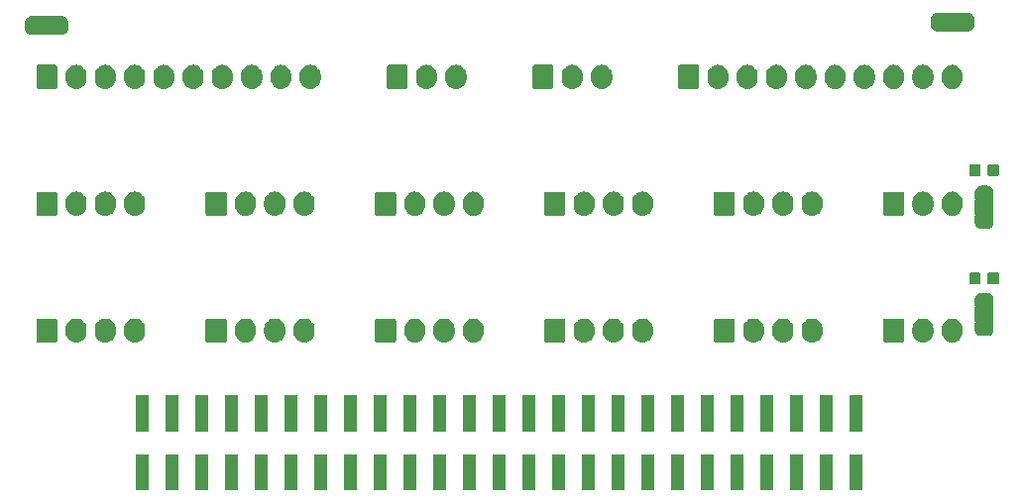
<source format=gbr>
G04 #@! TF.GenerationSoftware,KiCad,Pcbnew,(5.0.1)-3*
G04 #@! TF.CreationDate,2020-04-19T15:50:42-04:00*
G04 #@! TF.ProjectId,frontPanel_100mm,66726F6E7450616E656C5F3130306D6D,rev?*
G04 #@! TF.SameCoordinates,Original*
G04 #@! TF.FileFunction,Soldermask,Bot*
G04 #@! TF.FilePolarity,Negative*
%FSLAX46Y46*%
G04 Gerber Fmt 4.6, Leading zero omitted, Abs format (unit mm)*
G04 Created by KiCad (PCBNEW (5.0.1)-3) date 4/19/2020 3:50:42 PM*
%MOMM*%
%LPD*%
G01*
G04 APERTURE LIST*
%ADD10C,0.100000*%
G04 APERTURE END LIST*
D10*
G36*
X177781000Y-92521000D02*
X176679000Y-92521000D01*
X176679000Y-89419000D01*
X177781000Y-89419000D01*
X177781000Y-92521000D01*
X177781000Y-92521000D01*
G37*
G36*
X147301000Y-92521000D02*
X146199000Y-92521000D01*
X146199000Y-89419000D01*
X147301000Y-89419000D01*
X147301000Y-92521000D01*
X147301000Y-92521000D01*
G37*
G36*
X172701000Y-92521000D02*
X171599000Y-92521000D01*
X171599000Y-89419000D01*
X172701000Y-89419000D01*
X172701000Y-92521000D01*
X172701000Y-92521000D01*
G37*
G36*
X170161000Y-92521000D02*
X169059000Y-92521000D01*
X169059000Y-89419000D01*
X170161000Y-89419000D01*
X170161000Y-92521000D01*
X170161000Y-92521000D01*
G37*
G36*
X167621000Y-92521000D02*
X166519000Y-92521000D01*
X166519000Y-89419000D01*
X167621000Y-89419000D01*
X167621000Y-92521000D01*
X167621000Y-92521000D01*
G37*
G36*
X165081000Y-92521000D02*
X163979000Y-92521000D01*
X163979000Y-89419000D01*
X165081000Y-89419000D01*
X165081000Y-92521000D01*
X165081000Y-92521000D01*
G37*
G36*
X162541000Y-92521000D02*
X161439000Y-92521000D01*
X161439000Y-89419000D01*
X162541000Y-89419000D01*
X162541000Y-92521000D01*
X162541000Y-92521000D01*
G37*
G36*
X160001000Y-92521000D02*
X158899000Y-92521000D01*
X158899000Y-89419000D01*
X160001000Y-89419000D01*
X160001000Y-92521000D01*
X160001000Y-92521000D01*
G37*
G36*
X157461000Y-92521000D02*
X156359000Y-92521000D01*
X156359000Y-89419000D01*
X157461000Y-89419000D01*
X157461000Y-92521000D01*
X157461000Y-92521000D01*
G37*
G36*
X154921000Y-92521000D02*
X153819000Y-92521000D01*
X153819000Y-89419000D01*
X154921000Y-89419000D01*
X154921000Y-92521000D01*
X154921000Y-92521000D01*
G37*
G36*
X152381000Y-92521000D02*
X151279000Y-92521000D01*
X151279000Y-89419000D01*
X152381000Y-89419000D01*
X152381000Y-92521000D01*
X152381000Y-92521000D01*
G37*
G36*
X149841000Y-92521000D02*
X148739000Y-92521000D01*
X148739000Y-89419000D01*
X149841000Y-89419000D01*
X149841000Y-92521000D01*
X149841000Y-92521000D01*
G37*
G36*
X175241000Y-92521000D02*
X174139000Y-92521000D01*
X174139000Y-89419000D01*
X175241000Y-89419000D01*
X175241000Y-92521000D01*
X175241000Y-92521000D01*
G37*
G36*
X142221000Y-92521000D02*
X141119000Y-92521000D01*
X141119000Y-89419000D01*
X142221000Y-89419000D01*
X142221000Y-92521000D01*
X142221000Y-92521000D01*
G37*
G36*
X144761000Y-92521000D02*
X143659000Y-92521000D01*
X143659000Y-89419000D01*
X144761000Y-89419000D01*
X144761000Y-92521000D01*
X144761000Y-92521000D01*
G37*
G36*
X116821000Y-92521000D02*
X115719000Y-92521000D01*
X115719000Y-89419000D01*
X116821000Y-89419000D01*
X116821000Y-92521000D01*
X116821000Y-92521000D01*
G37*
G36*
X119361000Y-92521000D02*
X118259000Y-92521000D01*
X118259000Y-89419000D01*
X119361000Y-89419000D01*
X119361000Y-92521000D01*
X119361000Y-92521000D01*
G37*
G36*
X121901000Y-92521000D02*
X120799000Y-92521000D01*
X120799000Y-89419000D01*
X121901000Y-89419000D01*
X121901000Y-92521000D01*
X121901000Y-92521000D01*
G37*
G36*
X124441000Y-92521000D02*
X123339000Y-92521000D01*
X123339000Y-89419000D01*
X124441000Y-89419000D01*
X124441000Y-92521000D01*
X124441000Y-92521000D01*
G37*
G36*
X126981000Y-92521000D02*
X125879000Y-92521000D01*
X125879000Y-89419000D01*
X126981000Y-89419000D01*
X126981000Y-92521000D01*
X126981000Y-92521000D01*
G37*
G36*
X129521000Y-92521000D02*
X128419000Y-92521000D01*
X128419000Y-89419000D01*
X129521000Y-89419000D01*
X129521000Y-92521000D01*
X129521000Y-92521000D01*
G37*
G36*
X132061000Y-92521000D02*
X130959000Y-92521000D01*
X130959000Y-89419000D01*
X132061000Y-89419000D01*
X132061000Y-92521000D01*
X132061000Y-92521000D01*
G37*
G36*
X134601000Y-92521000D02*
X133499000Y-92521000D01*
X133499000Y-89419000D01*
X134601000Y-89419000D01*
X134601000Y-92521000D01*
X134601000Y-92521000D01*
G37*
G36*
X137141000Y-92521000D02*
X136039000Y-92521000D01*
X136039000Y-89419000D01*
X137141000Y-89419000D01*
X137141000Y-92521000D01*
X137141000Y-92521000D01*
G37*
G36*
X139681000Y-92521000D02*
X138579000Y-92521000D01*
X138579000Y-89419000D01*
X139681000Y-89419000D01*
X139681000Y-92521000D01*
X139681000Y-92521000D01*
G37*
G36*
X167621000Y-87481000D02*
X166519000Y-87481000D01*
X166519000Y-84379000D01*
X167621000Y-84379000D01*
X167621000Y-87481000D01*
X167621000Y-87481000D01*
G37*
G36*
X165081000Y-87481000D02*
X163979000Y-87481000D01*
X163979000Y-84379000D01*
X165081000Y-84379000D01*
X165081000Y-87481000D01*
X165081000Y-87481000D01*
G37*
G36*
X162541000Y-87481000D02*
X161439000Y-87481000D01*
X161439000Y-84379000D01*
X162541000Y-84379000D01*
X162541000Y-87481000D01*
X162541000Y-87481000D01*
G37*
G36*
X160001000Y-87481000D02*
X158899000Y-87481000D01*
X158899000Y-84379000D01*
X160001000Y-84379000D01*
X160001000Y-87481000D01*
X160001000Y-87481000D01*
G37*
G36*
X137141000Y-87481000D02*
X136039000Y-87481000D01*
X136039000Y-84379000D01*
X137141000Y-84379000D01*
X137141000Y-87481000D01*
X137141000Y-87481000D01*
G37*
G36*
X154921000Y-87481000D02*
X153819000Y-87481000D01*
X153819000Y-84379000D01*
X154921000Y-84379000D01*
X154921000Y-87481000D01*
X154921000Y-87481000D01*
G37*
G36*
X152381000Y-87481000D02*
X151279000Y-87481000D01*
X151279000Y-84379000D01*
X152381000Y-84379000D01*
X152381000Y-87481000D01*
X152381000Y-87481000D01*
G37*
G36*
X149841000Y-87481000D02*
X148739000Y-87481000D01*
X148739000Y-84379000D01*
X149841000Y-84379000D01*
X149841000Y-87481000D01*
X149841000Y-87481000D01*
G37*
G36*
X147301000Y-87481000D02*
X146199000Y-87481000D01*
X146199000Y-84379000D01*
X147301000Y-84379000D01*
X147301000Y-87481000D01*
X147301000Y-87481000D01*
G37*
G36*
X144761000Y-87481000D02*
X143659000Y-87481000D01*
X143659000Y-84379000D01*
X144761000Y-84379000D01*
X144761000Y-87481000D01*
X144761000Y-87481000D01*
G37*
G36*
X142221000Y-87481000D02*
X141119000Y-87481000D01*
X141119000Y-84379000D01*
X142221000Y-84379000D01*
X142221000Y-87481000D01*
X142221000Y-87481000D01*
G37*
G36*
X139681000Y-87481000D02*
X138579000Y-87481000D01*
X138579000Y-84379000D01*
X139681000Y-84379000D01*
X139681000Y-87481000D01*
X139681000Y-87481000D01*
G37*
G36*
X157461000Y-87481000D02*
X156359000Y-87481000D01*
X156359000Y-84379000D01*
X157461000Y-84379000D01*
X157461000Y-87481000D01*
X157461000Y-87481000D01*
G37*
G36*
X175241000Y-87481000D02*
X174139000Y-87481000D01*
X174139000Y-84379000D01*
X175241000Y-84379000D01*
X175241000Y-87481000D01*
X175241000Y-87481000D01*
G37*
G36*
X172701000Y-87481000D02*
X171599000Y-87481000D01*
X171599000Y-84379000D01*
X172701000Y-84379000D01*
X172701000Y-87481000D01*
X172701000Y-87481000D01*
G37*
G36*
X129521000Y-87481000D02*
X128419000Y-87481000D01*
X128419000Y-84379000D01*
X129521000Y-84379000D01*
X129521000Y-87481000D01*
X129521000Y-87481000D01*
G37*
G36*
X126981000Y-87481000D02*
X125879000Y-87481000D01*
X125879000Y-84379000D01*
X126981000Y-84379000D01*
X126981000Y-87481000D01*
X126981000Y-87481000D01*
G37*
G36*
X119361000Y-87481000D02*
X118259000Y-87481000D01*
X118259000Y-84379000D01*
X119361000Y-84379000D01*
X119361000Y-87481000D01*
X119361000Y-87481000D01*
G37*
G36*
X132061000Y-87481000D02*
X130959000Y-87481000D01*
X130959000Y-84379000D01*
X132061000Y-84379000D01*
X132061000Y-87481000D01*
X132061000Y-87481000D01*
G37*
G36*
X177781000Y-87481000D02*
X176679000Y-87481000D01*
X176679000Y-84379000D01*
X177781000Y-84379000D01*
X177781000Y-87481000D01*
X177781000Y-87481000D01*
G37*
G36*
X124441000Y-87481000D02*
X123339000Y-87481000D01*
X123339000Y-84379000D01*
X124441000Y-84379000D01*
X124441000Y-87481000D01*
X124441000Y-87481000D01*
G37*
G36*
X134601000Y-87481000D02*
X133499000Y-87481000D01*
X133499000Y-84379000D01*
X134601000Y-84379000D01*
X134601000Y-87481000D01*
X134601000Y-87481000D01*
G37*
G36*
X116821000Y-87481000D02*
X115719000Y-87481000D01*
X115719000Y-84379000D01*
X116821000Y-84379000D01*
X116821000Y-87481000D01*
X116821000Y-87481000D01*
G37*
G36*
X170161000Y-87481000D02*
X169059000Y-87481000D01*
X169059000Y-84379000D01*
X170161000Y-84379000D01*
X170161000Y-87481000D01*
X170161000Y-87481000D01*
G37*
G36*
X121901000Y-87481000D02*
X120799000Y-87481000D01*
X120799000Y-84379000D01*
X121901000Y-84379000D01*
X121901000Y-87481000D01*
X121901000Y-87481000D01*
G37*
G36*
X125292626Y-77827037D02*
X125401297Y-77860002D01*
X125462466Y-77878557D01*
X125618989Y-77962221D01*
X125756186Y-78074814D01*
X125834087Y-78169738D01*
X125868778Y-78212009D01*
X125868779Y-78212011D01*
X125952443Y-78368533D01*
X125969616Y-78425147D01*
X126003963Y-78538373D01*
X126003963Y-78538375D01*
X126017000Y-78670740D01*
X126017000Y-79009259D01*
X126014011Y-79039607D01*
X126003963Y-79141626D01*
X125952443Y-79311466D01*
X125868778Y-79467991D01*
X125868777Y-79467992D01*
X125756186Y-79605186D01*
X125661251Y-79683096D01*
X125618991Y-79717778D01*
X125618989Y-79717779D01*
X125462467Y-79801443D01*
X125421734Y-79813799D01*
X125292627Y-79852963D01*
X125116000Y-79870359D01*
X124939374Y-79852963D01*
X124810267Y-79813799D01*
X124769534Y-79801443D01*
X124613012Y-79717779D01*
X124613010Y-79717778D01*
X124475816Y-79605186D01*
X124475812Y-79605183D01*
X124363222Y-79467992D01*
X124279557Y-79311467D01*
X124242354Y-79188824D01*
X124228037Y-79141627D01*
X124215000Y-79009258D01*
X124215000Y-78670743D01*
X124228037Y-78538374D01*
X124279557Y-78368535D01*
X124279557Y-78368534D01*
X124363221Y-78212011D01*
X124475814Y-78074814D01*
X124577271Y-77991552D01*
X124613009Y-77962222D01*
X124630913Y-77952652D01*
X124769533Y-77878557D01*
X124830702Y-77860002D01*
X124939373Y-77827037D01*
X125116000Y-77809641D01*
X125292626Y-77827037D01*
X125292626Y-77827037D01*
G37*
G36*
X127792626Y-77827037D02*
X127901297Y-77860002D01*
X127962466Y-77878557D01*
X128118989Y-77962221D01*
X128256186Y-78074814D01*
X128334087Y-78169738D01*
X128368778Y-78212009D01*
X128368779Y-78212011D01*
X128452443Y-78368533D01*
X128469616Y-78425147D01*
X128503963Y-78538373D01*
X128503963Y-78538375D01*
X128517000Y-78670740D01*
X128517000Y-79009259D01*
X128514011Y-79039607D01*
X128503963Y-79141626D01*
X128452443Y-79311466D01*
X128368778Y-79467991D01*
X128368777Y-79467992D01*
X128256186Y-79605186D01*
X128161251Y-79683096D01*
X128118991Y-79717778D01*
X128118989Y-79717779D01*
X127962467Y-79801443D01*
X127921734Y-79813799D01*
X127792627Y-79852963D01*
X127616000Y-79870359D01*
X127439374Y-79852963D01*
X127310267Y-79813799D01*
X127269534Y-79801443D01*
X127113012Y-79717779D01*
X127113010Y-79717778D01*
X126975816Y-79605186D01*
X126975812Y-79605183D01*
X126863222Y-79467992D01*
X126779557Y-79311467D01*
X126742354Y-79188824D01*
X126728037Y-79141627D01*
X126715000Y-79009258D01*
X126715000Y-78670743D01*
X126728037Y-78538374D01*
X126779557Y-78368535D01*
X126779557Y-78368534D01*
X126863221Y-78212011D01*
X126975814Y-78074814D01*
X127077271Y-77991552D01*
X127113009Y-77962222D01*
X127130913Y-77952652D01*
X127269533Y-77878557D01*
X127330702Y-77860002D01*
X127439373Y-77827037D01*
X127616000Y-77809641D01*
X127792626Y-77827037D01*
X127792626Y-77827037D01*
G37*
G36*
X113326626Y-77827037D02*
X113435297Y-77860002D01*
X113496466Y-77878557D01*
X113652989Y-77962221D01*
X113790186Y-78074814D01*
X113868087Y-78169738D01*
X113902778Y-78212009D01*
X113902779Y-78212011D01*
X113986443Y-78368533D01*
X114003616Y-78425147D01*
X114037963Y-78538373D01*
X114037963Y-78538375D01*
X114051000Y-78670740D01*
X114051000Y-79009259D01*
X114048011Y-79039607D01*
X114037963Y-79141626D01*
X113986443Y-79311466D01*
X113902778Y-79467991D01*
X113902777Y-79467992D01*
X113790186Y-79605186D01*
X113695251Y-79683096D01*
X113652991Y-79717778D01*
X113652989Y-79717779D01*
X113496467Y-79801443D01*
X113455734Y-79813799D01*
X113326627Y-79852963D01*
X113150000Y-79870359D01*
X112973374Y-79852963D01*
X112844267Y-79813799D01*
X112803534Y-79801443D01*
X112647012Y-79717779D01*
X112647010Y-79717778D01*
X112509816Y-79605186D01*
X112509812Y-79605183D01*
X112397222Y-79467992D01*
X112313557Y-79311467D01*
X112276354Y-79188824D01*
X112262037Y-79141627D01*
X112249000Y-79009258D01*
X112249000Y-78670743D01*
X112262037Y-78538374D01*
X112313557Y-78368535D01*
X112313557Y-78368534D01*
X112397221Y-78212011D01*
X112509814Y-78074814D01*
X112611271Y-77991552D01*
X112647009Y-77962222D01*
X112664913Y-77952652D01*
X112803533Y-77878557D01*
X112864702Y-77860002D01*
X112973373Y-77827037D01*
X113150000Y-77809641D01*
X113326626Y-77827037D01*
X113326626Y-77827037D01*
G37*
G36*
X115826626Y-77827037D02*
X115935297Y-77860002D01*
X115996466Y-77878557D01*
X116152989Y-77962221D01*
X116290186Y-78074814D01*
X116368087Y-78169738D01*
X116402778Y-78212009D01*
X116402779Y-78212011D01*
X116486443Y-78368533D01*
X116503616Y-78425147D01*
X116537963Y-78538373D01*
X116537963Y-78538375D01*
X116551000Y-78670740D01*
X116551000Y-79009259D01*
X116548011Y-79039607D01*
X116537963Y-79141626D01*
X116486443Y-79311466D01*
X116402778Y-79467991D01*
X116402777Y-79467992D01*
X116290186Y-79605186D01*
X116195251Y-79683096D01*
X116152991Y-79717778D01*
X116152989Y-79717779D01*
X115996467Y-79801443D01*
X115955734Y-79813799D01*
X115826627Y-79852963D01*
X115650000Y-79870359D01*
X115473374Y-79852963D01*
X115344267Y-79813799D01*
X115303534Y-79801443D01*
X115147012Y-79717779D01*
X115147010Y-79717778D01*
X115009816Y-79605186D01*
X115009812Y-79605183D01*
X114897222Y-79467992D01*
X114813557Y-79311467D01*
X114776354Y-79188824D01*
X114762037Y-79141627D01*
X114749000Y-79009258D01*
X114749000Y-78670743D01*
X114762037Y-78538374D01*
X114813557Y-78368535D01*
X114813557Y-78368534D01*
X114897221Y-78212011D01*
X115009814Y-78074814D01*
X115111271Y-77991552D01*
X115147009Y-77962222D01*
X115164913Y-77952652D01*
X115303533Y-77878557D01*
X115364702Y-77860002D01*
X115473373Y-77827037D01*
X115650000Y-77809641D01*
X115826626Y-77827037D01*
X115826626Y-77827037D01*
G37*
G36*
X156724626Y-77827037D02*
X156833297Y-77860002D01*
X156894466Y-77878557D01*
X157050989Y-77962221D01*
X157188186Y-78074814D01*
X157266087Y-78169738D01*
X157300778Y-78212009D01*
X157300779Y-78212011D01*
X157384443Y-78368533D01*
X157401616Y-78425147D01*
X157435963Y-78538373D01*
X157435963Y-78538375D01*
X157449000Y-78670740D01*
X157449000Y-79009259D01*
X157446011Y-79039607D01*
X157435963Y-79141626D01*
X157384443Y-79311466D01*
X157300778Y-79467991D01*
X157300777Y-79467992D01*
X157188186Y-79605186D01*
X157093251Y-79683096D01*
X157050991Y-79717778D01*
X157050989Y-79717779D01*
X156894467Y-79801443D01*
X156853734Y-79813799D01*
X156724627Y-79852963D01*
X156548000Y-79870359D01*
X156371374Y-79852963D01*
X156242267Y-79813799D01*
X156201534Y-79801443D01*
X156045012Y-79717779D01*
X156045010Y-79717778D01*
X155907816Y-79605186D01*
X155907812Y-79605183D01*
X155795222Y-79467992D01*
X155711557Y-79311467D01*
X155674354Y-79188824D01*
X155660037Y-79141627D01*
X155647000Y-79009258D01*
X155647000Y-78670743D01*
X155660037Y-78538374D01*
X155711557Y-78368535D01*
X155711557Y-78368534D01*
X155795221Y-78212011D01*
X155907814Y-78074814D01*
X156009271Y-77991552D01*
X156045009Y-77962222D01*
X156062913Y-77952652D01*
X156201533Y-77878557D01*
X156262702Y-77860002D01*
X156371373Y-77827037D01*
X156548000Y-77809641D01*
X156724626Y-77827037D01*
X156724626Y-77827037D01*
G37*
G36*
X144758626Y-77827037D02*
X144867297Y-77860002D01*
X144928466Y-77878557D01*
X145084989Y-77962221D01*
X145222186Y-78074814D01*
X145300087Y-78169738D01*
X145334778Y-78212009D01*
X145334779Y-78212011D01*
X145418443Y-78368533D01*
X145435616Y-78425147D01*
X145469963Y-78538373D01*
X145469963Y-78538375D01*
X145483000Y-78670740D01*
X145483000Y-79009259D01*
X145480011Y-79039607D01*
X145469963Y-79141626D01*
X145418443Y-79311466D01*
X145334778Y-79467991D01*
X145334777Y-79467992D01*
X145222186Y-79605186D01*
X145127251Y-79683096D01*
X145084991Y-79717778D01*
X145084989Y-79717779D01*
X144928467Y-79801443D01*
X144887734Y-79813799D01*
X144758627Y-79852963D01*
X144582000Y-79870359D01*
X144405374Y-79852963D01*
X144276267Y-79813799D01*
X144235534Y-79801443D01*
X144079012Y-79717779D01*
X144079010Y-79717778D01*
X143941816Y-79605186D01*
X143941812Y-79605183D01*
X143829222Y-79467992D01*
X143745557Y-79311467D01*
X143708354Y-79188824D01*
X143694037Y-79141627D01*
X143681000Y-79009258D01*
X143681000Y-78670743D01*
X143694037Y-78538374D01*
X143745557Y-78368535D01*
X143745557Y-78368534D01*
X143829221Y-78212011D01*
X143941814Y-78074814D01*
X144043271Y-77991552D01*
X144079009Y-77962222D01*
X144096913Y-77952652D01*
X144235533Y-77878557D01*
X144296702Y-77860002D01*
X144405373Y-77827037D01*
X144582000Y-77809641D01*
X144758626Y-77827037D01*
X144758626Y-77827037D01*
G37*
G36*
X130292626Y-77827037D02*
X130401297Y-77860002D01*
X130462466Y-77878557D01*
X130618989Y-77962221D01*
X130756186Y-78074814D01*
X130834087Y-78169738D01*
X130868778Y-78212009D01*
X130868779Y-78212011D01*
X130952443Y-78368533D01*
X130969616Y-78425147D01*
X131003963Y-78538373D01*
X131003963Y-78538375D01*
X131017000Y-78670740D01*
X131017000Y-79009259D01*
X131014011Y-79039607D01*
X131003963Y-79141626D01*
X130952443Y-79311466D01*
X130868778Y-79467991D01*
X130868777Y-79467992D01*
X130756186Y-79605186D01*
X130661251Y-79683096D01*
X130618991Y-79717778D01*
X130618989Y-79717779D01*
X130462467Y-79801443D01*
X130421734Y-79813799D01*
X130292627Y-79852963D01*
X130116000Y-79870359D01*
X129939374Y-79852963D01*
X129810267Y-79813799D01*
X129769534Y-79801443D01*
X129613012Y-79717779D01*
X129613010Y-79717778D01*
X129475816Y-79605186D01*
X129475812Y-79605183D01*
X129363222Y-79467992D01*
X129279557Y-79311467D01*
X129242354Y-79188824D01*
X129228037Y-79141627D01*
X129215000Y-79009258D01*
X129215000Y-78670743D01*
X129228037Y-78538374D01*
X129279557Y-78368535D01*
X129279557Y-78368534D01*
X129363221Y-78212011D01*
X129475814Y-78074814D01*
X129577271Y-77991552D01*
X129613009Y-77962222D01*
X129630913Y-77952652D01*
X129769533Y-77878557D01*
X129830702Y-77860002D01*
X129939373Y-77827037D01*
X130116000Y-77809641D01*
X130292626Y-77827037D01*
X130292626Y-77827037D01*
G37*
G36*
X185656626Y-77827037D02*
X185765297Y-77860002D01*
X185826466Y-77878557D01*
X185982989Y-77962221D01*
X186120186Y-78074814D01*
X186198087Y-78169738D01*
X186232778Y-78212009D01*
X186232779Y-78212011D01*
X186316443Y-78368533D01*
X186333616Y-78425147D01*
X186367963Y-78538373D01*
X186367963Y-78538375D01*
X186381000Y-78670740D01*
X186381000Y-79009259D01*
X186378011Y-79039607D01*
X186367963Y-79141626D01*
X186316443Y-79311466D01*
X186232778Y-79467991D01*
X186232777Y-79467992D01*
X186120186Y-79605186D01*
X186025251Y-79683096D01*
X185982991Y-79717778D01*
X185982989Y-79717779D01*
X185826467Y-79801443D01*
X185785734Y-79813799D01*
X185656627Y-79852963D01*
X185480000Y-79870359D01*
X185303374Y-79852963D01*
X185174267Y-79813799D01*
X185133534Y-79801443D01*
X184977012Y-79717779D01*
X184977010Y-79717778D01*
X184839816Y-79605186D01*
X184839812Y-79605183D01*
X184727222Y-79467992D01*
X184643557Y-79311467D01*
X184606354Y-79188824D01*
X184592037Y-79141627D01*
X184579000Y-79009258D01*
X184579000Y-78670743D01*
X184592037Y-78538374D01*
X184643557Y-78368535D01*
X184643557Y-78368534D01*
X184727221Y-78212011D01*
X184839814Y-78074814D01*
X184941271Y-77991552D01*
X184977009Y-77962222D01*
X184994913Y-77952652D01*
X185133533Y-77878557D01*
X185194702Y-77860002D01*
X185303373Y-77827037D01*
X185480000Y-77809641D01*
X185656626Y-77827037D01*
X185656626Y-77827037D01*
G37*
G36*
X183156626Y-77827037D02*
X183265297Y-77860002D01*
X183326466Y-77878557D01*
X183482989Y-77962221D01*
X183620186Y-78074814D01*
X183698087Y-78169738D01*
X183732778Y-78212009D01*
X183732779Y-78212011D01*
X183816443Y-78368533D01*
X183833616Y-78425147D01*
X183867963Y-78538373D01*
X183867963Y-78538375D01*
X183881000Y-78670740D01*
X183881000Y-79009259D01*
X183878011Y-79039607D01*
X183867963Y-79141626D01*
X183816443Y-79311466D01*
X183732778Y-79467991D01*
X183732777Y-79467992D01*
X183620186Y-79605186D01*
X183525251Y-79683096D01*
X183482991Y-79717778D01*
X183482989Y-79717779D01*
X183326467Y-79801443D01*
X183285734Y-79813799D01*
X183156627Y-79852963D01*
X182980000Y-79870359D01*
X182803374Y-79852963D01*
X182674267Y-79813799D01*
X182633534Y-79801443D01*
X182477012Y-79717779D01*
X182477010Y-79717778D01*
X182339816Y-79605186D01*
X182339812Y-79605183D01*
X182227222Y-79467992D01*
X182143557Y-79311467D01*
X182106354Y-79188824D01*
X182092037Y-79141627D01*
X182079000Y-79009258D01*
X182079000Y-78670743D01*
X182092037Y-78538374D01*
X182143557Y-78368535D01*
X182143557Y-78368534D01*
X182227221Y-78212011D01*
X182339814Y-78074814D01*
X182441271Y-77991552D01*
X182477009Y-77962222D01*
X182494913Y-77952652D01*
X182633533Y-77878557D01*
X182694702Y-77860002D01*
X182803373Y-77827037D01*
X182980000Y-77809641D01*
X183156626Y-77827037D01*
X183156626Y-77827037D01*
G37*
G36*
X173690626Y-77827037D02*
X173799297Y-77860002D01*
X173860466Y-77878557D01*
X174016989Y-77962221D01*
X174154186Y-78074814D01*
X174232087Y-78169738D01*
X174266778Y-78212009D01*
X174266779Y-78212011D01*
X174350443Y-78368533D01*
X174367616Y-78425147D01*
X174401963Y-78538373D01*
X174401963Y-78538375D01*
X174415000Y-78670740D01*
X174415000Y-79009259D01*
X174412011Y-79039607D01*
X174401963Y-79141626D01*
X174350443Y-79311466D01*
X174266778Y-79467991D01*
X174266777Y-79467992D01*
X174154186Y-79605186D01*
X174059251Y-79683096D01*
X174016991Y-79717778D01*
X174016989Y-79717779D01*
X173860467Y-79801443D01*
X173819734Y-79813799D01*
X173690627Y-79852963D01*
X173514000Y-79870359D01*
X173337374Y-79852963D01*
X173208267Y-79813799D01*
X173167534Y-79801443D01*
X173011012Y-79717779D01*
X173011010Y-79717778D01*
X172873816Y-79605186D01*
X172873812Y-79605183D01*
X172761222Y-79467992D01*
X172677557Y-79311467D01*
X172640354Y-79188824D01*
X172626037Y-79141627D01*
X172613000Y-79009258D01*
X172613000Y-78670743D01*
X172626037Y-78538374D01*
X172677557Y-78368535D01*
X172677557Y-78368534D01*
X172761221Y-78212011D01*
X172873814Y-78074814D01*
X172975271Y-77991552D01*
X173011009Y-77962222D01*
X173028913Y-77952652D01*
X173167533Y-77878557D01*
X173228702Y-77860002D01*
X173337373Y-77827037D01*
X173514000Y-77809641D01*
X173690626Y-77827037D01*
X173690626Y-77827037D01*
G37*
G36*
X171190626Y-77827037D02*
X171299297Y-77860002D01*
X171360466Y-77878557D01*
X171516989Y-77962221D01*
X171654186Y-78074814D01*
X171732087Y-78169738D01*
X171766778Y-78212009D01*
X171766779Y-78212011D01*
X171850443Y-78368533D01*
X171867616Y-78425147D01*
X171901963Y-78538373D01*
X171901963Y-78538375D01*
X171915000Y-78670740D01*
X171915000Y-79009259D01*
X171912011Y-79039607D01*
X171901963Y-79141626D01*
X171850443Y-79311466D01*
X171766778Y-79467991D01*
X171766777Y-79467992D01*
X171654186Y-79605186D01*
X171559251Y-79683096D01*
X171516991Y-79717778D01*
X171516989Y-79717779D01*
X171360467Y-79801443D01*
X171319734Y-79813799D01*
X171190627Y-79852963D01*
X171014000Y-79870359D01*
X170837374Y-79852963D01*
X170708267Y-79813799D01*
X170667534Y-79801443D01*
X170511012Y-79717779D01*
X170511010Y-79717778D01*
X170373816Y-79605186D01*
X170373812Y-79605183D01*
X170261222Y-79467992D01*
X170177557Y-79311467D01*
X170140354Y-79188824D01*
X170126037Y-79141627D01*
X170113000Y-79009258D01*
X170113000Y-78670743D01*
X170126037Y-78538374D01*
X170177557Y-78368535D01*
X170177557Y-78368534D01*
X170261221Y-78212011D01*
X170373814Y-78074814D01*
X170475271Y-77991552D01*
X170511009Y-77962222D01*
X170528913Y-77952652D01*
X170667533Y-77878557D01*
X170728702Y-77860002D01*
X170837373Y-77827037D01*
X171014000Y-77809641D01*
X171190626Y-77827037D01*
X171190626Y-77827037D01*
G37*
G36*
X168690626Y-77827037D02*
X168799297Y-77860002D01*
X168860466Y-77878557D01*
X169016989Y-77962221D01*
X169154186Y-78074814D01*
X169232087Y-78169738D01*
X169266778Y-78212009D01*
X169266779Y-78212011D01*
X169350443Y-78368533D01*
X169367616Y-78425147D01*
X169401963Y-78538373D01*
X169401963Y-78538375D01*
X169415000Y-78670740D01*
X169415000Y-79009259D01*
X169412011Y-79039607D01*
X169401963Y-79141626D01*
X169350443Y-79311466D01*
X169266778Y-79467991D01*
X169266777Y-79467992D01*
X169154186Y-79605186D01*
X169059251Y-79683096D01*
X169016991Y-79717778D01*
X169016989Y-79717779D01*
X168860467Y-79801443D01*
X168819734Y-79813799D01*
X168690627Y-79852963D01*
X168514000Y-79870359D01*
X168337374Y-79852963D01*
X168208267Y-79813799D01*
X168167534Y-79801443D01*
X168011012Y-79717779D01*
X168011010Y-79717778D01*
X167873816Y-79605186D01*
X167873812Y-79605183D01*
X167761222Y-79467992D01*
X167677557Y-79311467D01*
X167640354Y-79188824D01*
X167626037Y-79141627D01*
X167613000Y-79009258D01*
X167613000Y-78670743D01*
X167626037Y-78538374D01*
X167677557Y-78368535D01*
X167677557Y-78368534D01*
X167761221Y-78212011D01*
X167873814Y-78074814D01*
X167975271Y-77991552D01*
X168011009Y-77962222D01*
X168028913Y-77952652D01*
X168167533Y-77878557D01*
X168228702Y-77860002D01*
X168337373Y-77827037D01*
X168514000Y-77809641D01*
X168690626Y-77827037D01*
X168690626Y-77827037D01*
G37*
G36*
X159224626Y-77827037D02*
X159333297Y-77860002D01*
X159394466Y-77878557D01*
X159550989Y-77962221D01*
X159688186Y-78074814D01*
X159766087Y-78169738D01*
X159800778Y-78212009D01*
X159800779Y-78212011D01*
X159884443Y-78368533D01*
X159901616Y-78425147D01*
X159935963Y-78538373D01*
X159935963Y-78538375D01*
X159949000Y-78670740D01*
X159949000Y-79009259D01*
X159946011Y-79039607D01*
X159935963Y-79141626D01*
X159884443Y-79311466D01*
X159800778Y-79467991D01*
X159800777Y-79467992D01*
X159688186Y-79605186D01*
X159593251Y-79683096D01*
X159550991Y-79717778D01*
X159550989Y-79717779D01*
X159394467Y-79801443D01*
X159353734Y-79813799D01*
X159224627Y-79852963D01*
X159048000Y-79870359D01*
X158871374Y-79852963D01*
X158742267Y-79813799D01*
X158701534Y-79801443D01*
X158545012Y-79717779D01*
X158545010Y-79717778D01*
X158407816Y-79605186D01*
X158407812Y-79605183D01*
X158295222Y-79467992D01*
X158211557Y-79311467D01*
X158174354Y-79188824D01*
X158160037Y-79141627D01*
X158147000Y-79009258D01*
X158147000Y-78670743D01*
X158160037Y-78538374D01*
X158211557Y-78368535D01*
X158211557Y-78368534D01*
X158295221Y-78212011D01*
X158407814Y-78074814D01*
X158509271Y-77991552D01*
X158545009Y-77962222D01*
X158562913Y-77952652D01*
X158701533Y-77878557D01*
X158762702Y-77860002D01*
X158871373Y-77827037D01*
X159048000Y-77809641D01*
X159224626Y-77827037D01*
X159224626Y-77827037D01*
G37*
G36*
X154224626Y-77827037D02*
X154333297Y-77860002D01*
X154394466Y-77878557D01*
X154550989Y-77962221D01*
X154688186Y-78074814D01*
X154766087Y-78169738D01*
X154800778Y-78212009D01*
X154800779Y-78212011D01*
X154884443Y-78368533D01*
X154901616Y-78425147D01*
X154935963Y-78538373D01*
X154935963Y-78538375D01*
X154949000Y-78670740D01*
X154949000Y-79009259D01*
X154946011Y-79039607D01*
X154935963Y-79141626D01*
X154884443Y-79311466D01*
X154800778Y-79467991D01*
X154800777Y-79467992D01*
X154688186Y-79605186D01*
X154593251Y-79683096D01*
X154550991Y-79717778D01*
X154550989Y-79717779D01*
X154394467Y-79801443D01*
X154353734Y-79813799D01*
X154224627Y-79852963D01*
X154048000Y-79870359D01*
X153871374Y-79852963D01*
X153742267Y-79813799D01*
X153701534Y-79801443D01*
X153545012Y-79717779D01*
X153545010Y-79717778D01*
X153407816Y-79605186D01*
X153407812Y-79605183D01*
X153295222Y-79467992D01*
X153211557Y-79311467D01*
X153174354Y-79188824D01*
X153160037Y-79141627D01*
X153147000Y-79009258D01*
X153147000Y-78670743D01*
X153160037Y-78538374D01*
X153211557Y-78368535D01*
X153211557Y-78368534D01*
X153295221Y-78212011D01*
X153407814Y-78074814D01*
X153509271Y-77991552D01*
X153545009Y-77962222D01*
X153562913Y-77952652D01*
X153701533Y-77878557D01*
X153762702Y-77860002D01*
X153871373Y-77827037D01*
X154048000Y-77809641D01*
X154224626Y-77827037D01*
X154224626Y-77827037D01*
G37*
G36*
X110826626Y-77827037D02*
X110935297Y-77860002D01*
X110996466Y-77878557D01*
X111152989Y-77962221D01*
X111290186Y-78074814D01*
X111368087Y-78169738D01*
X111402778Y-78212009D01*
X111402779Y-78212011D01*
X111486443Y-78368533D01*
X111503616Y-78425147D01*
X111537963Y-78538373D01*
X111537963Y-78538375D01*
X111551000Y-78670740D01*
X111551000Y-79009259D01*
X111548011Y-79039607D01*
X111537963Y-79141626D01*
X111486443Y-79311466D01*
X111402778Y-79467991D01*
X111402777Y-79467992D01*
X111290186Y-79605186D01*
X111195251Y-79683096D01*
X111152991Y-79717778D01*
X111152989Y-79717779D01*
X110996467Y-79801443D01*
X110955734Y-79813799D01*
X110826627Y-79852963D01*
X110650000Y-79870359D01*
X110473374Y-79852963D01*
X110344267Y-79813799D01*
X110303534Y-79801443D01*
X110147012Y-79717779D01*
X110147010Y-79717778D01*
X110009816Y-79605186D01*
X110009812Y-79605183D01*
X109897222Y-79467992D01*
X109813557Y-79311467D01*
X109776354Y-79188824D01*
X109762037Y-79141627D01*
X109749000Y-79009258D01*
X109749000Y-78670743D01*
X109762037Y-78538374D01*
X109813557Y-78368535D01*
X109813557Y-78368534D01*
X109897221Y-78212011D01*
X110009814Y-78074814D01*
X110111271Y-77991552D01*
X110147009Y-77962222D01*
X110164913Y-77952652D01*
X110303533Y-77878557D01*
X110364702Y-77860002D01*
X110473373Y-77827037D01*
X110650000Y-77809641D01*
X110826626Y-77827037D01*
X110826626Y-77827037D01*
G37*
G36*
X142258626Y-77827037D02*
X142367297Y-77860002D01*
X142428466Y-77878557D01*
X142584989Y-77962221D01*
X142722186Y-78074814D01*
X142800087Y-78169738D01*
X142834778Y-78212009D01*
X142834779Y-78212011D01*
X142918443Y-78368533D01*
X142935616Y-78425147D01*
X142969963Y-78538373D01*
X142969963Y-78538375D01*
X142983000Y-78670740D01*
X142983000Y-79009259D01*
X142980011Y-79039607D01*
X142969963Y-79141626D01*
X142918443Y-79311466D01*
X142834778Y-79467991D01*
X142834777Y-79467992D01*
X142722186Y-79605186D01*
X142627251Y-79683096D01*
X142584991Y-79717778D01*
X142584989Y-79717779D01*
X142428467Y-79801443D01*
X142387734Y-79813799D01*
X142258627Y-79852963D01*
X142082000Y-79870359D01*
X141905374Y-79852963D01*
X141776267Y-79813799D01*
X141735534Y-79801443D01*
X141579012Y-79717779D01*
X141579010Y-79717778D01*
X141441816Y-79605186D01*
X141441812Y-79605183D01*
X141329222Y-79467992D01*
X141245557Y-79311467D01*
X141208354Y-79188824D01*
X141194037Y-79141627D01*
X141181000Y-79009258D01*
X141181000Y-78670743D01*
X141194037Y-78538374D01*
X141245557Y-78368535D01*
X141245557Y-78368534D01*
X141329221Y-78212011D01*
X141441814Y-78074814D01*
X141543271Y-77991552D01*
X141579009Y-77962222D01*
X141596913Y-77952652D01*
X141735533Y-77878557D01*
X141796702Y-77860002D01*
X141905373Y-77827037D01*
X142082000Y-77809641D01*
X142258626Y-77827037D01*
X142258626Y-77827037D01*
G37*
G36*
X139758626Y-77827037D02*
X139867297Y-77860002D01*
X139928466Y-77878557D01*
X140084989Y-77962221D01*
X140222186Y-78074814D01*
X140300087Y-78169738D01*
X140334778Y-78212009D01*
X140334779Y-78212011D01*
X140418443Y-78368533D01*
X140435616Y-78425147D01*
X140469963Y-78538373D01*
X140469963Y-78538375D01*
X140483000Y-78670740D01*
X140483000Y-79009259D01*
X140480011Y-79039607D01*
X140469963Y-79141626D01*
X140418443Y-79311466D01*
X140334778Y-79467991D01*
X140334777Y-79467992D01*
X140222186Y-79605186D01*
X140127251Y-79683096D01*
X140084991Y-79717778D01*
X140084989Y-79717779D01*
X139928467Y-79801443D01*
X139887734Y-79813799D01*
X139758627Y-79852963D01*
X139582000Y-79870359D01*
X139405374Y-79852963D01*
X139276267Y-79813799D01*
X139235534Y-79801443D01*
X139079012Y-79717779D01*
X139079010Y-79717778D01*
X138941816Y-79605186D01*
X138941812Y-79605183D01*
X138829222Y-79467992D01*
X138745557Y-79311467D01*
X138708354Y-79188824D01*
X138694037Y-79141627D01*
X138681000Y-79009258D01*
X138681000Y-78670743D01*
X138694037Y-78538374D01*
X138745557Y-78368535D01*
X138745557Y-78368534D01*
X138829221Y-78212011D01*
X138941814Y-78074814D01*
X139043271Y-77991552D01*
X139079009Y-77962222D01*
X139096913Y-77952652D01*
X139235533Y-77878557D01*
X139296702Y-77860002D01*
X139405373Y-77827037D01*
X139582000Y-77809641D01*
X139758626Y-77827037D01*
X139758626Y-77827037D01*
G37*
G36*
X123374600Y-77817989D02*
X123407649Y-77828014D01*
X123438106Y-77844294D01*
X123464799Y-77866201D01*
X123486706Y-77892894D01*
X123502986Y-77923351D01*
X123513011Y-77956400D01*
X123517000Y-77996904D01*
X123517000Y-79683096D01*
X123513011Y-79723600D01*
X123502986Y-79756649D01*
X123486706Y-79787106D01*
X123464799Y-79813799D01*
X123438106Y-79835706D01*
X123407649Y-79851986D01*
X123374600Y-79862011D01*
X123334096Y-79866000D01*
X121897904Y-79866000D01*
X121857400Y-79862011D01*
X121824351Y-79851986D01*
X121793894Y-79835706D01*
X121767201Y-79813799D01*
X121745294Y-79787106D01*
X121729014Y-79756649D01*
X121718989Y-79723600D01*
X121715000Y-79683096D01*
X121715000Y-77996904D01*
X121718989Y-77956400D01*
X121729014Y-77923351D01*
X121745294Y-77892894D01*
X121767201Y-77866201D01*
X121793894Y-77844294D01*
X121824351Y-77828014D01*
X121857400Y-77817989D01*
X121897904Y-77814000D01*
X123334096Y-77814000D01*
X123374600Y-77817989D01*
X123374600Y-77817989D01*
G37*
G36*
X137840600Y-77817989D02*
X137873649Y-77828014D01*
X137904106Y-77844294D01*
X137930799Y-77866201D01*
X137952706Y-77892894D01*
X137968986Y-77923351D01*
X137979011Y-77956400D01*
X137983000Y-77996904D01*
X137983000Y-79683096D01*
X137979011Y-79723600D01*
X137968986Y-79756649D01*
X137952706Y-79787106D01*
X137930799Y-79813799D01*
X137904106Y-79835706D01*
X137873649Y-79851986D01*
X137840600Y-79862011D01*
X137800096Y-79866000D01*
X136363904Y-79866000D01*
X136323400Y-79862011D01*
X136290351Y-79851986D01*
X136259894Y-79835706D01*
X136233201Y-79813799D01*
X136211294Y-79787106D01*
X136195014Y-79756649D01*
X136184989Y-79723600D01*
X136181000Y-79683096D01*
X136181000Y-77996904D01*
X136184989Y-77956400D01*
X136195014Y-77923351D01*
X136211294Y-77892894D01*
X136233201Y-77866201D01*
X136259894Y-77844294D01*
X136290351Y-77828014D01*
X136323400Y-77817989D01*
X136363904Y-77814000D01*
X137800096Y-77814000D01*
X137840600Y-77817989D01*
X137840600Y-77817989D01*
G37*
G36*
X181238600Y-77817989D02*
X181271649Y-77828014D01*
X181302106Y-77844294D01*
X181328799Y-77866201D01*
X181350706Y-77892894D01*
X181366986Y-77923351D01*
X181377011Y-77956400D01*
X181381000Y-77996904D01*
X181381000Y-79683096D01*
X181377011Y-79723600D01*
X181366986Y-79756649D01*
X181350706Y-79787106D01*
X181328799Y-79813799D01*
X181302106Y-79835706D01*
X181271649Y-79851986D01*
X181238600Y-79862011D01*
X181198096Y-79866000D01*
X179761904Y-79866000D01*
X179721400Y-79862011D01*
X179688351Y-79851986D01*
X179657894Y-79835706D01*
X179631201Y-79813799D01*
X179609294Y-79787106D01*
X179593014Y-79756649D01*
X179582989Y-79723600D01*
X179579000Y-79683096D01*
X179579000Y-77996904D01*
X179582989Y-77956400D01*
X179593014Y-77923351D01*
X179609294Y-77892894D01*
X179631201Y-77866201D01*
X179657894Y-77844294D01*
X179688351Y-77828014D01*
X179721400Y-77817989D01*
X179761904Y-77814000D01*
X181198096Y-77814000D01*
X181238600Y-77817989D01*
X181238600Y-77817989D01*
G37*
G36*
X108908600Y-77817989D02*
X108941649Y-77828014D01*
X108972106Y-77844294D01*
X108998799Y-77866201D01*
X109020706Y-77892894D01*
X109036986Y-77923351D01*
X109047011Y-77956400D01*
X109051000Y-77996904D01*
X109051000Y-79683096D01*
X109047011Y-79723600D01*
X109036986Y-79756649D01*
X109020706Y-79787106D01*
X108998799Y-79813799D01*
X108972106Y-79835706D01*
X108941649Y-79851986D01*
X108908600Y-79862011D01*
X108868096Y-79866000D01*
X107431904Y-79866000D01*
X107391400Y-79862011D01*
X107358351Y-79851986D01*
X107327894Y-79835706D01*
X107301201Y-79813799D01*
X107279294Y-79787106D01*
X107263014Y-79756649D01*
X107252989Y-79723600D01*
X107249000Y-79683096D01*
X107249000Y-77996904D01*
X107252989Y-77956400D01*
X107263014Y-77923351D01*
X107279294Y-77892894D01*
X107301201Y-77866201D01*
X107327894Y-77844294D01*
X107358351Y-77828014D01*
X107391400Y-77817989D01*
X107431904Y-77814000D01*
X108868096Y-77814000D01*
X108908600Y-77817989D01*
X108908600Y-77817989D01*
G37*
G36*
X152306600Y-77817989D02*
X152339649Y-77828014D01*
X152370106Y-77844294D01*
X152396799Y-77866201D01*
X152418706Y-77892894D01*
X152434986Y-77923351D01*
X152445011Y-77956400D01*
X152449000Y-77996904D01*
X152449000Y-79683096D01*
X152445011Y-79723600D01*
X152434986Y-79756649D01*
X152418706Y-79787106D01*
X152396799Y-79813799D01*
X152370106Y-79835706D01*
X152339649Y-79851986D01*
X152306600Y-79862011D01*
X152266096Y-79866000D01*
X150829904Y-79866000D01*
X150789400Y-79862011D01*
X150756351Y-79851986D01*
X150725894Y-79835706D01*
X150699201Y-79813799D01*
X150677294Y-79787106D01*
X150661014Y-79756649D01*
X150650989Y-79723600D01*
X150647000Y-79683096D01*
X150647000Y-77996904D01*
X150650989Y-77956400D01*
X150661014Y-77923351D01*
X150677294Y-77892894D01*
X150699201Y-77866201D01*
X150725894Y-77844294D01*
X150756351Y-77828014D01*
X150789400Y-77817989D01*
X150829904Y-77814000D01*
X152266096Y-77814000D01*
X152306600Y-77817989D01*
X152306600Y-77817989D01*
G37*
G36*
X166772600Y-77817989D02*
X166805649Y-77828014D01*
X166836106Y-77844294D01*
X166862799Y-77866201D01*
X166884706Y-77892894D01*
X166900986Y-77923351D01*
X166911011Y-77956400D01*
X166915000Y-77996904D01*
X166915000Y-79683096D01*
X166911011Y-79723600D01*
X166900986Y-79756649D01*
X166884706Y-79787106D01*
X166862799Y-79813799D01*
X166836106Y-79835706D01*
X166805649Y-79851986D01*
X166772600Y-79862011D01*
X166732096Y-79866000D01*
X165295904Y-79866000D01*
X165255400Y-79862011D01*
X165222351Y-79851986D01*
X165191894Y-79835706D01*
X165165201Y-79813799D01*
X165143294Y-79787106D01*
X165127014Y-79756649D01*
X165116989Y-79723600D01*
X165113000Y-79683096D01*
X165113000Y-77996904D01*
X165116989Y-77956400D01*
X165127014Y-77923351D01*
X165143294Y-77892894D01*
X165165201Y-77866201D01*
X165191894Y-77844294D01*
X165222351Y-77828014D01*
X165255400Y-77817989D01*
X165295904Y-77814000D01*
X166732096Y-77814000D01*
X166772600Y-77817989D01*
X166772600Y-77817989D01*
G37*
G36*
X188476198Y-75619954D02*
X188488450Y-75620556D01*
X188506869Y-75620556D01*
X188529149Y-75622750D01*
X188613236Y-75639476D01*
X188634655Y-75645974D01*
X188713871Y-75678785D01*
X188733607Y-75689335D01*
X188804897Y-75736969D01*
X188822208Y-75751176D01*
X188882824Y-75811792D01*
X188897031Y-75829103D01*
X188944665Y-75900393D01*
X188955215Y-75920129D01*
X188988026Y-75999345D01*
X188994524Y-76020764D01*
X189011250Y-76104851D01*
X189013444Y-76127131D01*
X189013444Y-76145550D01*
X189014046Y-76157802D01*
X189015852Y-76176140D01*
X189015852Y-76713860D01*
X189014263Y-76729999D01*
X189009853Y-76744534D01*
X189004393Y-76757717D01*
X188999613Y-76781751D01*
X188999613Y-76806255D01*
X189004394Y-76830288D01*
X189013772Y-76852927D01*
X189015000Y-76854765D01*
X189015000Y-78086053D01*
X189008526Y-78098165D01*
X189001413Y-78121614D01*
X188999011Y-78146000D01*
X189001413Y-78170386D01*
X189007917Y-78188564D01*
X189007773Y-78188608D01*
X189014263Y-78210001D01*
X189015852Y-78226140D01*
X189015852Y-78763861D01*
X189014046Y-78782198D01*
X189013444Y-78794450D01*
X189013444Y-78812869D01*
X189011250Y-78835149D01*
X188994524Y-78919236D01*
X188988026Y-78940655D01*
X188955215Y-79019871D01*
X188944665Y-79039607D01*
X188897031Y-79110897D01*
X188882824Y-79128208D01*
X188822208Y-79188824D01*
X188804897Y-79203031D01*
X188733607Y-79250665D01*
X188713871Y-79261215D01*
X188634655Y-79294026D01*
X188613236Y-79300524D01*
X188529149Y-79317250D01*
X188506869Y-79319444D01*
X188488450Y-79319444D01*
X188476198Y-79320046D01*
X188457861Y-79321852D01*
X187970139Y-79321852D01*
X187951802Y-79320046D01*
X187939550Y-79319444D01*
X187921131Y-79319444D01*
X187898851Y-79317250D01*
X187814764Y-79300524D01*
X187793345Y-79294026D01*
X187714129Y-79261215D01*
X187694393Y-79250665D01*
X187623103Y-79203031D01*
X187605792Y-79188824D01*
X187545176Y-79128208D01*
X187530969Y-79110897D01*
X187483335Y-79039607D01*
X187472785Y-79019871D01*
X187439974Y-78940655D01*
X187433476Y-78919236D01*
X187416750Y-78835149D01*
X187414556Y-78812869D01*
X187414556Y-78794450D01*
X187413954Y-78782198D01*
X187412148Y-78763861D01*
X187412148Y-78226140D01*
X187413737Y-78210001D01*
X187418147Y-78195466D01*
X187423607Y-78182283D01*
X187428387Y-78158249D01*
X187428387Y-78133745D01*
X187423606Y-78109712D01*
X187414228Y-78087073D01*
X187413000Y-78085235D01*
X187413000Y-76853947D01*
X187419474Y-76841835D01*
X187426587Y-76818386D01*
X187428989Y-76794000D01*
X187426587Y-76769614D01*
X187420083Y-76751436D01*
X187420227Y-76751392D01*
X187413737Y-76729999D01*
X187412148Y-76713860D01*
X187412148Y-76176140D01*
X187413954Y-76157802D01*
X187414556Y-76145550D01*
X187414556Y-76127131D01*
X187416750Y-76104851D01*
X187433476Y-76020764D01*
X187439974Y-75999345D01*
X187472785Y-75920129D01*
X187483335Y-75900393D01*
X187530969Y-75829103D01*
X187545176Y-75811792D01*
X187605792Y-75751176D01*
X187623103Y-75736969D01*
X187694393Y-75689335D01*
X187714129Y-75678785D01*
X187793345Y-75645974D01*
X187814764Y-75639476D01*
X187898851Y-75622750D01*
X187921131Y-75620556D01*
X187939550Y-75620556D01*
X187951802Y-75619954D01*
X187970140Y-75618148D01*
X188457860Y-75618148D01*
X188476198Y-75619954D01*
X188476198Y-75619954D01*
G37*
G36*
X189339591Y-73878085D02*
X189373569Y-73888393D01*
X189404887Y-73905133D01*
X189432339Y-73927661D01*
X189454867Y-73955113D01*
X189471607Y-73986431D01*
X189481915Y-74020409D01*
X189486000Y-74061890D01*
X189486000Y-74738110D01*
X189481915Y-74779591D01*
X189471607Y-74813569D01*
X189454867Y-74844887D01*
X189432339Y-74872339D01*
X189404887Y-74894867D01*
X189373569Y-74911607D01*
X189339591Y-74921915D01*
X189298110Y-74926000D01*
X188696890Y-74926000D01*
X188655409Y-74921915D01*
X188621431Y-74911607D01*
X188590113Y-74894867D01*
X188562661Y-74872339D01*
X188540133Y-74844887D01*
X188523393Y-74813569D01*
X188513085Y-74779591D01*
X188509000Y-74738110D01*
X188509000Y-74061890D01*
X188513085Y-74020409D01*
X188523393Y-73986431D01*
X188540133Y-73955113D01*
X188562661Y-73927661D01*
X188590113Y-73905133D01*
X188621431Y-73888393D01*
X188655409Y-73878085D01*
X188696890Y-73874000D01*
X189298110Y-73874000D01*
X189339591Y-73878085D01*
X189339591Y-73878085D01*
G37*
G36*
X187764591Y-73878085D02*
X187798569Y-73888393D01*
X187829887Y-73905133D01*
X187857339Y-73927661D01*
X187879867Y-73955113D01*
X187896607Y-73986431D01*
X187906915Y-74020409D01*
X187911000Y-74061890D01*
X187911000Y-74738110D01*
X187906915Y-74779591D01*
X187896607Y-74813569D01*
X187879867Y-74844887D01*
X187857339Y-74872339D01*
X187829887Y-74894867D01*
X187798569Y-74911607D01*
X187764591Y-74921915D01*
X187723110Y-74926000D01*
X187121890Y-74926000D01*
X187080409Y-74921915D01*
X187046431Y-74911607D01*
X187015113Y-74894867D01*
X186987661Y-74872339D01*
X186965133Y-74844887D01*
X186948393Y-74813569D01*
X186938085Y-74779591D01*
X186934000Y-74738110D01*
X186934000Y-74061890D01*
X186938085Y-74020409D01*
X186948393Y-73986431D01*
X186965133Y-73955113D01*
X186987661Y-73927661D01*
X187015113Y-73905133D01*
X187046431Y-73888393D01*
X187080409Y-73878085D01*
X187121890Y-73874000D01*
X187723110Y-73874000D01*
X187764591Y-73878085D01*
X187764591Y-73878085D01*
G37*
G36*
X188476198Y-66459954D02*
X188488450Y-66460556D01*
X188506869Y-66460556D01*
X188529149Y-66462750D01*
X188613236Y-66479476D01*
X188634655Y-66485974D01*
X188713871Y-66518785D01*
X188733607Y-66529335D01*
X188804897Y-66576969D01*
X188822208Y-66591176D01*
X188882824Y-66651792D01*
X188897031Y-66669103D01*
X188944665Y-66740393D01*
X188955215Y-66760129D01*
X188988026Y-66839345D01*
X188994524Y-66860764D01*
X189011250Y-66944851D01*
X189013444Y-66967131D01*
X189013444Y-66985550D01*
X189014046Y-66997802D01*
X189015852Y-67016140D01*
X189015852Y-67553860D01*
X189014263Y-67569999D01*
X189009853Y-67584534D01*
X189004393Y-67597717D01*
X188999613Y-67621751D01*
X188999613Y-67646255D01*
X189004394Y-67670288D01*
X189013772Y-67692927D01*
X189015000Y-67694765D01*
X189015000Y-68926053D01*
X189008526Y-68938165D01*
X189001413Y-68961614D01*
X188999011Y-68986000D01*
X189001413Y-69010386D01*
X189007917Y-69028564D01*
X189007773Y-69028608D01*
X189014263Y-69050001D01*
X189015852Y-69066140D01*
X189015852Y-69603861D01*
X189014046Y-69622198D01*
X189013444Y-69634450D01*
X189013444Y-69652869D01*
X189011250Y-69675149D01*
X188994524Y-69759236D01*
X188988026Y-69780655D01*
X188955215Y-69859871D01*
X188944665Y-69879607D01*
X188897031Y-69950897D01*
X188882824Y-69968208D01*
X188822208Y-70028824D01*
X188804897Y-70043031D01*
X188733607Y-70090665D01*
X188713871Y-70101215D01*
X188634655Y-70134026D01*
X188613236Y-70140524D01*
X188529149Y-70157250D01*
X188506869Y-70159444D01*
X188488450Y-70159444D01*
X188476198Y-70160046D01*
X188457861Y-70161852D01*
X187970139Y-70161852D01*
X187951802Y-70160046D01*
X187939550Y-70159444D01*
X187921131Y-70159444D01*
X187898851Y-70157250D01*
X187814764Y-70140524D01*
X187793345Y-70134026D01*
X187714129Y-70101215D01*
X187694393Y-70090665D01*
X187623103Y-70043031D01*
X187605792Y-70028824D01*
X187545176Y-69968208D01*
X187530969Y-69950897D01*
X187483335Y-69879607D01*
X187472785Y-69859871D01*
X187439974Y-69780655D01*
X187433476Y-69759236D01*
X187416750Y-69675149D01*
X187414556Y-69652869D01*
X187414556Y-69634450D01*
X187413954Y-69622198D01*
X187412148Y-69603861D01*
X187412148Y-69066140D01*
X187413737Y-69050001D01*
X187418147Y-69035466D01*
X187423607Y-69022283D01*
X187428387Y-68998249D01*
X187428387Y-68973745D01*
X187423606Y-68949712D01*
X187414228Y-68927073D01*
X187413000Y-68925235D01*
X187413000Y-67693947D01*
X187419474Y-67681835D01*
X187426587Y-67658386D01*
X187428989Y-67634000D01*
X187426587Y-67609614D01*
X187420083Y-67591436D01*
X187420227Y-67591392D01*
X187413737Y-67569999D01*
X187412148Y-67553860D01*
X187412148Y-67016140D01*
X187413954Y-66997802D01*
X187414556Y-66985550D01*
X187414556Y-66967131D01*
X187416750Y-66944851D01*
X187433476Y-66860764D01*
X187439974Y-66839345D01*
X187472785Y-66760129D01*
X187483335Y-66740393D01*
X187530969Y-66669103D01*
X187545176Y-66651792D01*
X187605792Y-66591176D01*
X187623103Y-66576969D01*
X187694393Y-66529335D01*
X187714129Y-66518785D01*
X187793345Y-66485974D01*
X187814764Y-66479476D01*
X187898851Y-66462750D01*
X187921131Y-66460556D01*
X187939550Y-66460556D01*
X187951802Y-66459954D01*
X187970140Y-66458148D01*
X188457860Y-66458148D01*
X188476198Y-66459954D01*
X188476198Y-66459954D01*
G37*
G36*
X185656626Y-66982037D02*
X185769049Y-67016140D01*
X185826466Y-67033557D01*
X185982989Y-67117221D01*
X186120186Y-67229814D01*
X186203448Y-67331271D01*
X186232778Y-67367009D01*
X186232779Y-67367011D01*
X186316443Y-67523533D01*
X186325642Y-67553860D01*
X186367963Y-67693373D01*
X186381000Y-67825742D01*
X186381000Y-68164257D01*
X186367963Y-68296626D01*
X186316443Y-68466466D01*
X186232778Y-68622991D01*
X186232777Y-68622992D01*
X186120186Y-68760186D01*
X186025251Y-68838096D01*
X185982991Y-68872778D01*
X185982989Y-68872779D01*
X185826467Y-68956443D01*
X185785734Y-68968799D01*
X185656627Y-69007963D01*
X185480000Y-69025359D01*
X185303374Y-69007963D01*
X185174267Y-68968799D01*
X185133534Y-68956443D01*
X184977012Y-68872779D01*
X184977010Y-68872778D01*
X184839816Y-68760186D01*
X184839812Y-68760183D01*
X184727222Y-68622992D01*
X184643557Y-68466467D01*
X184626384Y-68409853D01*
X184592037Y-68296627D01*
X184579000Y-68164258D01*
X184579000Y-67825743D01*
X184592037Y-67693374D01*
X184643557Y-67523535D01*
X184643557Y-67523534D01*
X184727221Y-67367011D01*
X184839814Y-67229814D01*
X184941271Y-67146552D01*
X184977009Y-67117222D01*
X184994913Y-67107652D01*
X185133533Y-67033557D01*
X185190950Y-67016140D01*
X185303373Y-66982037D01*
X185480000Y-66964641D01*
X185656626Y-66982037D01*
X185656626Y-66982037D01*
G37*
G36*
X110826626Y-66982037D02*
X110939049Y-67016140D01*
X110996466Y-67033557D01*
X111152989Y-67117221D01*
X111290186Y-67229814D01*
X111373448Y-67331271D01*
X111402778Y-67367009D01*
X111402779Y-67367011D01*
X111486443Y-67523533D01*
X111495642Y-67553860D01*
X111537963Y-67693373D01*
X111551000Y-67825742D01*
X111551000Y-68164257D01*
X111537963Y-68296626D01*
X111486443Y-68466466D01*
X111402778Y-68622991D01*
X111402777Y-68622992D01*
X111290186Y-68760186D01*
X111195251Y-68838096D01*
X111152991Y-68872778D01*
X111152989Y-68872779D01*
X110996467Y-68956443D01*
X110955734Y-68968799D01*
X110826627Y-69007963D01*
X110650000Y-69025359D01*
X110473374Y-69007963D01*
X110344267Y-68968799D01*
X110303534Y-68956443D01*
X110147012Y-68872779D01*
X110147010Y-68872778D01*
X110009816Y-68760186D01*
X110009812Y-68760183D01*
X109897222Y-68622992D01*
X109813557Y-68466467D01*
X109796384Y-68409853D01*
X109762037Y-68296627D01*
X109749000Y-68164258D01*
X109749000Y-67825743D01*
X109762037Y-67693374D01*
X109813557Y-67523535D01*
X109813557Y-67523534D01*
X109897221Y-67367011D01*
X110009814Y-67229814D01*
X110111271Y-67146552D01*
X110147009Y-67117222D01*
X110164913Y-67107652D01*
X110303533Y-67033557D01*
X110360950Y-67016140D01*
X110473373Y-66982037D01*
X110650000Y-66964641D01*
X110826626Y-66982037D01*
X110826626Y-66982037D01*
G37*
G36*
X183156626Y-66982037D02*
X183269049Y-67016140D01*
X183326466Y-67033557D01*
X183482989Y-67117221D01*
X183620186Y-67229814D01*
X183703448Y-67331271D01*
X183732778Y-67367009D01*
X183732779Y-67367011D01*
X183816443Y-67523533D01*
X183825642Y-67553860D01*
X183867963Y-67693373D01*
X183881000Y-67825742D01*
X183881000Y-68164257D01*
X183867963Y-68296626D01*
X183816443Y-68466466D01*
X183732778Y-68622991D01*
X183732777Y-68622992D01*
X183620186Y-68760186D01*
X183525251Y-68838096D01*
X183482991Y-68872778D01*
X183482989Y-68872779D01*
X183326467Y-68956443D01*
X183285734Y-68968799D01*
X183156627Y-69007963D01*
X182980000Y-69025359D01*
X182803374Y-69007963D01*
X182674267Y-68968799D01*
X182633534Y-68956443D01*
X182477012Y-68872779D01*
X182477010Y-68872778D01*
X182339816Y-68760186D01*
X182339812Y-68760183D01*
X182227222Y-68622992D01*
X182143557Y-68466467D01*
X182126384Y-68409853D01*
X182092037Y-68296627D01*
X182079000Y-68164258D01*
X182079000Y-67825743D01*
X182092037Y-67693374D01*
X182143557Y-67523535D01*
X182143557Y-67523534D01*
X182227221Y-67367011D01*
X182339814Y-67229814D01*
X182441271Y-67146552D01*
X182477009Y-67117222D01*
X182494913Y-67107652D01*
X182633533Y-67033557D01*
X182690950Y-67016140D01*
X182803373Y-66982037D01*
X182980000Y-66964641D01*
X183156626Y-66982037D01*
X183156626Y-66982037D01*
G37*
G36*
X113326626Y-66982037D02*
X113439049Y-67016140D01*
X113496466Y-67033557D01*
X113652989Y-67117221D01*
X113790186Y-67229814D01*
X113873448Y-67331271D01*
X113902778Y-67367009D01*
X113902779Y-67367011D01*
X113986443Y-67523533D01*
X113995642Y-67553860D01*
X114037963Y-67693373D01*
X114051000Y-67825742D01*
X114051000Y-68164257D01*
X114037963Y-68296626D01*
X113986443Y-68466466D01*
X113902778Y-68622991D01*
X113902777Y-68622992D01*
X113790186Y-68760186D01*
X113695251Y-68838096D01*
X113652991Y-68872778D01*
X113652989Y-68872779D01*
X113496467Y-68956443D01*
X113455734Y-68968799D01*
X113326627Y-69007963D01*
X113150000Y-69025359D01*
X112973374Y-69007963D01*
X112844267Y-68968799D01*
X112803534Y-68956443D01*
X112647012Y-68872779D01*
X112647010Y-68872778D01*
X112509816Y-68760186D01*
X112509812Y-68760183D01*
X112397222Y-68622992D01*
X112313557Y-68466467D01*
X112296384Y-68409853D01*
X112262037Y-68296627D01*
X112249000Y-68164258D01*
X112249000Y-67825743D01*
X112262037Y-67693374D01*
X112313557Y-67523535D01*
X112313557Y-67523534D01*
X112397221Y-67367011D01*
X112509814Y-67229814D01*
X112611271Y-67146552D01*
X112647009Y-67117222D01*
X112664913Y-67107652D01*
X112803533Y-67033557D01*
X112860950Y-67016140D01*
X112973373Y-66982037D01*
X113150000Y-66964641D01*
X113326626Y-66982037D01*
X113326626Y-66982037D01*
G37*
G36*
X115826626Y-66982037D02*
X115939049Y-67016140D01*
X115996466Y-67033557D01*
X116152989Y-67117221D01*
X116290186Y-67229814D01*
X116373448Y-67331271D01*
X116402778Y-67367009D01*
X116402779Y-67367011D01*
X116486443Y-67523533D01*
X116495642Y-67553860D01*
X116537963Y-67693373D01*
X116551000Y-67825742D01*
X116551000Y-68164257D01*
X116537963Y-68296626D01*
X116486443Y-68466466D01*
X116402778Y-68622991D01*
X116402777Y-68622992D01*
X116290186Y-68760186D01*
X116195251Y-68838096D01*
X116152991Y-68872778D01*
X116152989Y-68872779D01*
X115996467Y-68956443D01*
X115955734Y-68968799D01*
X115826627Y-69007963D01*
X115650000Y-69025359D01*
X115473374Y-69007963D01*
X115344267Y-68968799D01*
X115303534Y-68956443D01*
X115147012Y-68872779D01*
X115147010Y-68872778D01*
X115009816Y-68760186D01*
X115009812Y-68760183D01*
X114897222Y-68622992D01*
X114813557Y-68466467D01*
X114796384Y-68409853D01*
X114762037Y-68296627D01*
X114749000Y-68164258D01*
X114749000Y-67825743D01*
X114762037Y-67693374D01*
X114813557Y-67523535D01*
X114813557Y-67523534D01*
X114897221Y-67367011D01*
X115009814Y-67229814D01*
X115111271Y-67146552D01*
X115147009Y-67117222D01*
X115164913Y-67107652D01*
X115303533Y-67033557D01*
X115360950Y-67016140D01*
X115473373Y-66982037D01*
X115650000Y-66964641D01*
X115826626Y-66982037D01*
X115826626Y-66982037D01*
G37*
G36*
X130292626Y-66982037D02*
X130405049Y-67016140D01*
X130462466Y-67033557D01*
X130618989Y-67117221D01*
X130756186Y-67229814D01*
X130839448Y-67331271D01*
X130868778Y-67367009D01*
X130868779Y-67367011D01*
X130952443Y-67523533D01*
X130961642Y-67553860D01*
X131003963Y-67693373D01*
X131017000Y-67825742D01*
X131017000Y-68164257D01*
X131003963Y-68296626D01*
X130952443Y-68466466D01*
X130868778Y-68622991D01*
X130868777Y-68622992D01*
X130756186Y-68760186D01*
X130661251Y-68838096D01*
X130618991Y-68872778D01*
X130618989Y-68872779D01*
X130462467Y-68956443D01*
X130421734Y-68968799D01*
X130292627Y-69007963D01*
X130116000Y-69025359D01*
X129939374Y-69007963D01*
X129810267Y-68968799D01*
X129769534Y-68956443D01*
X129613012Y-68872779D01*
X129613010Y-68872778D01*
X129475816Y-68760186D01*
X129475812Y-68760183D01*
X129363222Y-68622992D01*
X129279557Y-68466467D01*
X129262384Y-68409853D01*
X129228037Y-68296627D01*
X129215000Y-68164258D01*
X129215000Y-67825743D01*
X129228037Y-67693374D01*
X129279557Y-67523535D01*
X129279557Y-67523534D01*
X129363221Y-67367011D01*
X129475814Y-67229814D01*
X129577271Y-67146552D01*
X129613009Y-67117222D01*
X129630913Y-67107652D01*
X129769533Y-67033557D01*
X129826950Y-67016140D01*
X129939373Y-66982037D01*
X130116000Y-66964641D01*
X130292626Y-66982037D01*
X130292626Y-66982037D01*
G37*
G36*
X127792626Y-66982037D02*
X127905049Y-67016140D01*
X127962466Y-67033557D01*
X128118989Y-67117221D01*
X128256186Y-67229814D01*
X128339448Y-67331271D01*
X128368778Y-67367009D01*
X128368779Y-67367011D01*
X128452443Y-67523533D01*
X128461642Y-67553860D01*
X128503963Y-67693373D01*
X128517000Y-67825742D01*
X128517000Y-68164257D01*
X128503963Y-68296626D01*
X128452443Y-68466466D01*
X128368778Y-68622991D01*
X128368777Y-68622992D01*
X128256186Y-68760186D01*
X128161251Y-68838096D01*
X128118991Y-68872778D01*
X128118989Y-68872779D01*
X127962467Y-68956443D01*
X127921734Y-68968799D01*
X127792627Y-69007963D01*
X127616000Y-69025359D01*
X127439374Y-69007963D01*
X127310267Y-68968799D01*
X127269534Y-68956443D01*
X127113012Y-68872779D01*
X127113010Y-68872778D01*
X126975816Y-68760186D01*
X126975812Y-68760183D01*
X126863222Y-68622992D01*
X126779557Y-68466467D01*
X126762384Y-68409853D01*
X126728037Y-68296627D01*
X126715000Y-68164258D01*
X126715000Y-67825743D01*
X126728037Y-67693374D01*
X126779557Y-67523535D01*
X126779557Y-67523534D01*
X126863221Y-67367011D01*
X126975814Y-67229814D01*
X127077271Y-67146552D01*
X127113009Y-67117222D01*
X127130913Y-67107652D01*
X127269533Y-67033557D01*
X127326950Y-67016140D01*
X127439373Y-66982037D01*
X127616000Y-66964641D01*
X127792626Y-66982037D01*
X127792626Y-66982037D01*
G37*
G36*
X173690626Y-66982037D02*
X173803049Y-67016140D01*
X173860466Y-67033557D01*
X174016989Y-67117221D01*
X174154186Y-67229814D01*
X174237448Y-67331271D01*
X174266778Y-67367009D01*
X174266779Y-67367011D01*
X174350443Y-67523533D01*
X174359642Y-67553860D01*
X174401963Y-67693373D01*
X174415000Y-67825742D01*
X174415000Y-68164257D01*
X174401963Y-68296626D01*
X174350443Y-68466466D01*
X174266778Y-68622991D01*
X174266777Y-68622992D01*
X174154186Y-68760186D01*
X174059251Y-68838096D01*
X174016991Y-68872778D01*
X174016989Y-68872779D01*
X173860467Y-68956443D01*
X173819734Y-68968799D01*
X173690627Y-69007963D01*
X173514000Y-69025359D01*
X173337374Y-69007963D01*
X173208267Y-68968799D01*
X173167534Y-68956443D01*
X173011012Y-68872779D01*
X173011010Y-68872778D01*
X172873816Y-68760186D01*
X172873812Y-68760183D01*
X172761222Y-68622992D01*
X172677557Y-68466467D01*
X172660384Y-68409853D01*
X172626037Y-68296627D01*
X172613000Y-68164258D01*
X172613000Y-67825743D01*
X172626037Y-67693374D01*
X172677557Y-67523535D01*
X172677557Y-67523534D01*
X172761221Y-67367011D01*
X172873814Y-67229814D01*
X172975271Y-67146552D01*
X173011009Y-67117222D01*
X173028913Y-67107652D01*
X173167533Y-67033557D01*
X173224950Y-67016140D01*
X173337373Y-66982037D01*
X173514000Y-66964641D01*
X173690626Y-66982037D01*
X173690626Y-66982037D01*
G37*
G36*
X168690626Y-66982037D02*
X168803049Y-67016140D01*
X168860466Y-67033557D01*
X169016989Y-67117221D01*
X169154186Y-67229814D01*
X169237448Y-67331271D01*
X169266778Y-67367009D01*
X169266779Y-67367011D01*
X169350443Y-67523533D01*
X169359642Y-67553860D01*
X169401963Y-67693373D01*
X169415000Y-67825742D01*
X169415000Y-68164257D01*
X169401963Y-68296626D01*
X169350443Y-68466466D01*
X169266778Y-68622991D01*
X169266777Y-68622992D01*
X169154186Y-68760186D01*
X169059251Y-68838096D01*
X169016991Y-68872778D01*
X169016989Y-68872779D01*
X168860467Y-68956443D01*
X168819734Y-68968799D01*
X168690627Y-69007963D01*
X168514000Y-69025359D01*
X168337374Y-69007963D01*
X168208267Y-68968799D01*
X168167534Y-68956443D01*
X168011012Y-68872779D01*
X168011010Y-68872778D01*
X167873816Y-68760186D01*
X167873812Y-68760183D01*
X167761222Y-68622992D01*
X167677557Y-68466467D01*
X167660384Y-68409853D01*
X167626037Y-68296627D01*
X167613000Y-68164258D01*
X167613000Y-67825743D01*
X167626037Y-67693374D01*
X167677557Y-67523535D01*
X167677557Y-67523534D01*
X167761221Y-67367011D01*
X167873814Y-67229814D01*
X167975271Y-67146552D01*
X168011009Y-67117222D01*
X168028913Y-67107652D01*
X168167533Y-67033557D01*
X168224950Y-67016140D01*
X168337373Y-66982037D01*
X168514000Y-66964641D01*
X168690626Y-66982037D01*
X168690626Y-66982037D01*
G37*
G36*
X154224626Y-66982037D02*
X154337049Y-67016140D01*
X154394466Y-67033557D01*
X154550989Y-67117221D01*
X154688186Y-67229814D01*
X154771448Y-67331271D01*
X154800778Y-67367009D01*
X154800779Y-67367011D01*
X154884443Y-67523533D01*
X154893642Y-67553860D01*
X154935963Y-67693373D01*
X154949000Y-67825742D01*
X154949000Y-68164257D01*
X154935963Y-68296626D01*
X154884443Y-68466466D01*
X154800778Y-68622991D01*
X154800777Y-68622992D01*
X154688186Y-68760186D01*
X154593251Y-68838096D01*
X154550991Y-68872778D01*
X154550989Y-68872779D01*
X154394467Y-68956443D01*
X154353734Y-68968799D01*
X154224627Y-69007963D01*
X154048000Y-69025359D01*
X153871374Y-69007963D01*
X153742267Y-68968799D01*
X153701534Y-68956443D01*
X153545012Y-68872779D01*
X153545010Y-68872778D01*
X153407816Y-68760186D01*
X153407812Y-68760183D01*
X153295222Y-68622992D01*
X153211557Y-68466467D01*
X153194384Y-68409853D01*
X153160037Y-68296627D01*
X153147000Y-68164258D01*
X153147000Y-67825743D01*
X153160037Y-67693374D01*
X153211557Y-67523535D01*
X153211557Y-67523534D01*
X153295221Y-67367011D01*
X153407814Y-67229814D01*
X153509271Y-67146552D01*
X153545009Y-67117222D01*
X153562913Y-67107652D01*
X153701533Y-67033557D01*
X153758950Y-67016140D01*
X153871373Y-66982037D01*
X154048000Y-66964641D01*
X154224626Y-66982037D01*
X154224626Y-66982037D01*
G37*
G36*
X156724626Y-66982037D02*
X156837049Y-67016140D01*
X156894466Y-67033557D01*
X157050989Y-67117221D01*
X157188186Y-67229814D01*
X157271448Y-67331271D01*
X157300778Y-67367009D01*
X157300779Y-67367011D01*
X157384443Y-67523533D01*
X157393642Y-67553860D01*
X157435963Y-67693373D01*
X157449000Y-67825742D01*
X157449000Y-68164257D01*
X157435963Y-68296626D01*
X157384443Y-68466466D01*
X157300778Y-68622991D01*
X157300777Y-68622992D01*
X157188186Y-68760186D01*
X157093251Y-68838096D01*
X157050991Y-68872778D01*
X157050989Y-68872779D01*
X156894467Y-68956443D01*
X156853734Y-68968799D01*
X156724627Y-69007963D01*
X156548000Y-69025359D01*
X156371374Y-69007963D01*
X156242267Y-68968799D01*
X156201534Y-68956443D01*
X156045012Y-68872779D01*
X156045010Y-68872778D01*
X155907816Y-68760186D01*
X155907812Y-68760183D01*
X155795222Y-68622992D01*
X155711557Y-68466467D01*
X155694384Y-68409853D01*
X155660037Y-68296627D01*
X155647000Y-68164258D01*
X155647000Y-67825743D01*
X155660037Y-67693374D01*
X155711557Y-67523535D01*
X155711557Y-67523534D01*
X155795221Y-67367011D01*
X155907814Y-67229814D01*
X156009271Y-67146552D01*
X156045009Y-67117222D01*
X156062913Y-67107652D01*
X156201533Y-67033557D01*
X156258950Y-67016140D01*
X156371373Y-66982037D01*
X156548000Y-66964641D01*
X156724626Y-66982037D01*
X156724626Y-66982037D01*
G37*
G36*
X159224626Y-66982037D02*
X159337049Y-67016140D01*
X159394466Y-67033557D01*
X159550989Y-67117221D01*
X159688186Y-67229814D01*
X159771448Y-67331271D01*
X159800778Y-67367009D01*
X159800779Y-67367011D01*
X159884443Y-67523533D01*
X159893642Y-67553860D01*
X159935963Y-67693373D01*
X159949000Y-67825742D01*
X159949000Y-68164257D01*
X159935963Y-68296626D01*
X159884443Y-68466466D01*
X159800778Y-68622991D01*
X159800777Y-68622992D01*
X159688186Y-68760186D01*
X159593251Y-68838096D01*
X159550991Y-68872778D01*
X159550989Y-68872779D01*
X159394467Y-68956443D01*
X159353734Y-68968799D01*
X159224627Y-69007963D01*
X159048000Y-69025359D01*
X158871374Y-69007963D01*
X158742267Y-68968799D01*
X158701534Y-68956443D01*
X158545012Y-68872779D01*
X158545010Y-68872778D01*
X158407816Y-68760186D01*
X158407812Y-68760183D01*
X158295222Y-68622992D01*
X158211557Y-68466467D01*
X158194384Y-68409853D01*
X158160037Y-68296627D01*
X158147000Y-68164258D01*
X158147000Y-67825743D01*
X158160037Y-67693374D01*
X158211557Y-67523535D01*
X158211557Y-67523534D01*
X158295221Y-67367011D01*
X158407814Y-67229814D01*
X158509271Y-67146552D01*
X158545009Y-67117222D01*
X158562913Y-67107652D01*
X158701533Y-67033557D01*
X158758950Y-67016140D01*
X158871373Y-66982037D01*
X159048000Y-66964641D01*
X159224626Y-66982037D01*
X159224626Y-66982037D01*
G37*
G36*
X144758626Y-66982037D02*
X144871049Y-67016140D01*
X144928466Y-67033557D01*
X145084989Y-67117221D01*
X145222186Y-67229814D01*
X145305448Y-67331271D01*
X145334778Y-67367009D01*
X145334779Y-67367011D01*
X145418443Y-67523533D01*
X145427642Y-67553860D01*
X145469963Y-67693373D01*
X145483000Y-67825742D01*
X145483000Y-68164257D01*
X145469963Y-68296626D01*
X145418443Y-68466466D01*
X145334778Y-68622991D01*
X145334777Y-68622992D01*
X145222186Y-68760186D01*
X145127251Y-68838096D01*
X145084991Y-68872778D01*
X145084989Y-68872779D01*
X144928467Y-68956443D01*
X144887734Y-68968799D01*
X144758627Y-69007963D01*
X144582000Y-69025359D01*
X144405374Y-69007963D01*
X144276267Y-68968799D01*
X144235534Y-68956443D01*
X144079012Y-68872779D01*
X144079010Y-68872778D01*
X143941816Y-68760186D01*
X143941812Y-68760183D01*
X143829222Y-68622992D01*
X143745557Y-68466467D01*
X143728384Y-68409853D01*
X143694037Y-68296627D01*
X143681000Y-68164258D01*
X143681000Y-67825743D01*
X143694037Y-67693374D01*
X143745557Y-67523535D01*
X143745557Y-67523534D01*
X143829221Y-67367011D01*
X143941814Y-67229814D01*
X144043271Y-67146552D01*
X144079009Y-67117222D01*
X144096913Y-67107652D01*
X144235533Y-67033557D01*
X144292950Y-67016140D01*
X144405373Y-66982037D01*
X144582000Y-66964641D01*
X144758626Y-66982037D01*
X144758626Y-66982037D01*
G37*
G36*
X142258626Y-66982037D02*
X142371049Y-67016140D01*
X142428466Y-67033557D01*
X142584989Y-67117221D01*
X142722186Y-67229814D01*
X142805448Y-67331271D01*
X142834778Y-67367009D01*
X142834779Y-67367011D01*
X142918443Y-67523533D01*
X142927642Y-67553860D01*
X142969963Y-67693373D01*
X142983000Y-67825742D01*
X142983000Y-68164257D01*
X142969963Y-68296626D01*
X142918443Y-68466466D01*
X142834778Y-68622991D01*
X142834777Y-68622992D01*
X142722186Y-68760186D01*
X142627251Y-68838096D01*
X142584991Y-68872778D01*
X142584989Y-68872779D01*
X142428467Y-68956443D01*
X142387734Y-68968799D01*
X142258627Y-69007963D01*
X142082000Y-69025359D01*
X141905374Y-69007963D01*
X141776267Y-68968799D01*
X141735534Y-68956443D01*
X141579012Y-68872779D01*
X141579010Y-68872778D01*
X141441816Y-68760186D01*
X141441812Y-68760183D01*
X141329222Y-68622992D01*
X141245557Y-68466467D01*
X141228384Y-68409853D01*
X141194037Y-68296627D01*
X141181000Y-68164258D01*
X141181000Y-67825743D01*
X141194037Y-67693374D01*
X141245557Y-67523535D01*
X141245557Y-67523534D01*
X141329221Y-67367011D01*
X141441814Y-67229814D01*
X141543271Y-67146552D01*
X141579009Y-67117222D01*
X141596913Y-67107652D01*
X141735533Y-67033557D01*
X141792950Y-67016140D01*
X141905373Y-66982037D01*
X142082000Y-66964641D01*
X142258626Y-66982037D01*
X142258626Y-66982037D01*
G37*
G36*
X139758626Y-66982037D02*
X139871049Y-67016140D01*
X139928466Y-67033557D01*
X140084989Y-67117221D01*
X140222186Y-67229814D01*
X140305448Y-67331271D01*
X140334778Y-67367009D01*
X140334779Y-67367011D01*
X140418443Y-67523533D01*
X140427642Y-67553860D01*
X140469963Y-67693373D01*
X140483000Y-67825742D01*
X140483000Y-68164257D01*
X140469963Y-68296626D01*
X140418443Y-68466466D01*
X140334778Y-68622991D01*
X140334777Y-68622992D01*
X140222186Y-68760186D01*
X140127251Y-68838096D01*
X140084991Y-68872778D01*
X140084989Y-68872779D01*
X139928467Y-68956443D01*
X139887734Y-68968799D01*
X139758627Y-69007963D01*
X139582000Y-69025359D01*
X139405374Y-69007963D01*
X139276267Y-68968799D01*
X139235534Y-68956443D01*
X139079012Y-68872779D01*
X139079010Y-68872778D01*
X138941816Y-68760186D01*
X138941812Y-68760183D01*
X138829222Y-68622992D01*
X138745557Y-68466467D01*
X138728384Y-68409853D01*
X138694037Y-68296627D01*
X138681000Y-68164258D01*
X138681000Y-67825743D01*
X138694037Y-67693374D01*
X138745557Y-67523535D01*
X138745557Y-67523534D01*
X138829221Y-67367011D01*
X138941814Y-67229814D01*
X139043271Y-67146552D01*
X139079009Y-67117222D01*
X139096913Y-67107652D01*
X139235533Y-67033557D01*
X139292950Y-67016140D01*
X139405373Y-66982037D01*
X139582000Y-66964641D01*
X139758626Y-66982037D01*
X139758626Y-66982037D01*
G37*
G36*
X125292626Y-66982037D02*
X125405049Y-67016140D01*
X125462466Y-67033557D01*
X125618989Y-67117221D01*
X125756186Y-67229814D01*
X125839448Y-67331271D01*
X125868778Y-67367009D01*
X125868779Y-67367011D01*
X125952443Y-67523533D01*
X125961642Y-67553860D01*
X126003963Y-67693373D01*
X126017000Y-67825742D01*
X126017000Y-68164257D01*
X126003963Y-68296626D01*
X125952443Y-68466466D01*
X125868778Y-68622991D01*
X125868777Y-68622992D01*
X125756186Y-68760186D01*
X125661251Y-68838096D01*
X125618991Y-68872778D01*
X125618989Y-68872779D01*
X125462467Y-68956443D01*
X125421734Y-68968799D01*
X125292627Y-69007963D01*
X125116000Y-69025359D01*
X124939374Y-69007963D01*
X124810267Y-68968799D01*
X124769534Y-68956443D01*
X124613012Y-68872779D01*
X124613010Y-68872778D01*
X124475816Y-68760186D01*
X124475812Y-68760183D01*
X124363222Y-68622992D01*
X124279557Y-68466467D01*
X124262384Y-68409853D01*
X124228037Y-68296627D01*
X124215000Y-68164258D01*
X124215000Y-67825743D01*
X124228037Y-67693374D01*
X124279557Y-67523535D01*
X124279557Y-67523534D01*
X124363221Y-67367011D01*
X124475814Y-67229814D01*
X124577271Y-67146552D01*
X124613009Y-67117222D01*
X124630913Y-67107652D01*
X124769533Y-67033557D01*
X124826950Y-67016140D01*
X124939373Y-66982037D01*
X125116000Y-66964641D01*
X125292626Y-66982037D01*
X125292626Y-66982037D01*
G37*
G36*
X171190626Y-66982037D02*
X171303049Y-67016140D01*
X171360466Y-67033557D01*
X171516989Y-67117221D01*
X171654186Y-67229814D01*
X171737448Y-67331271D01*
X171766778Y-67367009D01*
X171766779Y-67367011D01*
X171850443Y-67523533D01*
X171859642Y-67553860D01*
X171901963Y-67693373D01*
X171915000Y-67825742D01*
X171915000Y-68164257D01*
X171901963Y-68296626D01*
X171850443Y-68466466D01*
X171766778Y-68622991D01*
X171766777Y-68622992D01*
X171654186Y-68760186D01*
X171559251Y-68838096D01*
X171516991Y-68872778D01*
X171516989Y-68872779D01*
X171360467Y-68956443D01*
X171319734Y-68968799D01*
X171190627Y-69007963D01*
X171014000Y-69025359D01*
X170837374Y-69007963D01*
X170708267Y-68968799D01*
X170667534Y-68956443D01*
X170511012Y-68872779D01*
X170511010Y-68872778D01*
X170373816Y-68760186D01*
X170373812Y-68760183D01*
X170261222Y-68622992D01*
X170177557Y-68466467D01*
X170160384Y-68409853D01*
X170126037Y-68296627D01*
X170113000Y-68164258D01*
X170113000Y-67825743D01*
X170126037Y-67693374D01*
X170177557Y-67523535D01*
X170177557Y-67523534D01*
X170261221Y-67367011D01*
X170373814Y-67229814D01*
X170475271Y-67146552D01*
X170511009Y-67117222D01*
X170528913Y-67107652D01*
X170667533Y-67033557D01*
X170724950Y-67016140D01*
X170837373Y-66982037D01*
X171014000Y-66964641D01*
X171190626Y-66982037D01*
X171190626Y-66982037D01*
G37*
G36*
X152306600Y-66972989D02*
X152339649Y-66983014D01*
X152370106Y-66999294D01*
X152396799Y-67021201D01*
X152418706Y-67047894D01*
X152434986Y-67078351D01*
X152445011Y-67111400D01*
X152449000Y-67151904D01*
X152449000Y-68838096D01*
X152445011Y-68878600D01*
X152434986Y-68911649D01*
X152418706Y-68942106D01*
X152396799Y-68968799D01*
X152370106Y-68990706D01*
X152339649Y-69006986D01*
X152306600Y-69017011D01*
X152266096Y-69021000D01*
X150829904Y-69021000D01*
X150789400Y-69017011D01*
X150756351Y-69006986D01*
X150725894Y-68990706D01*
X150699201Y-68968799D01*
X150677294Y-68942106D01*
X150661014Y-68911649D01*
X150650989Y-68878600D01*
X150647000Y-68838096D01*
X150647000Y-67151904D01*
X150650989Y-67111400D01*
X150661014Y-67078351D01*
X150677294Y-67047894D01*
X150699201Y-67021201D01*
X150725894Y-66999294D01*
X150756351Y-66983014D01*
X150789400Y-66972989D01*
X150829904Y-66969000D01*
X152266096Y-66969000D01*
X152306600Y-66972989D01*
X152306600Y-66972989D01*
G37*
G36*
X108908600Y-66972989D02*
X108941649Y-66983014D01*
X108972106Y-66999294D01*
X108998799Y-67021201D01*
X109020706Y-67047894D01*
X109036986Y-67078351D01*
X109047011Y-67111400D01*
X109051000Y-67151904D01*
X109051000Y-68838096D01*
X109047011Y-68878600D01*
X109036986Y-68911649D01*
X109020706Y-68942106D01*
X108998799Y-68968799D01*
X108972106Y-68990706D01*
X108941649Y-69006986D01*
X108908600Y-69017011D01*
X108868096Y-69021000D01*
X107431904Y-69021000D01*
X107391400Y-69017011D01*
X107358351Y-69006986D01*
X107327894Y-68990706D01*
X107301201Y-68968799D01*
X107279294Y-68942106D01*
X107263014Y-68911649D01*
X107252989Y-68878600D01*
X107249000Y-68838096D01*
X107249000Y-67151904D01*
X107252989Y-67111400D01*
X107263014Y-67078351D01*
X107279294Y-67047894D01*
X107301201Y-67021201D01*
X107327894Y-66999294D01*
X107358351Y-66983014D01*
X107391400Y-66972989D01*
X107431904Y-66969000D01*
X108868096Y-66969000D01*
X108908600Y-66972989D01*
X108908600Y-66972989D01*
G37*
G36*
X137840600Y-66972989D02*
X137873649Y-66983014D01*
X137904106Y-66999294D01*
X137930799Y-67021201D01*
X137952706Y-67047894D01*
X137968986Y-67078351D01*
X137979011Y-67111400D01*
X137983000Y-67151904D01*
X137983000Y-68838096D01*
X137979011Y-68878600D01*
X137968986Y-68911649D01*
X137952706Y-68942106D01*
X137930799Y-68968799D01*
X137904106Y-68990706D01*
X137873649Y-69006986D01*
X137840600Y-69017011D01*
X137800096Y-69021000D01*
X136363904Y-69021000D01*
X136323400Y-69017011D01*
X136290351Y-69006986D01*
X136259894Y-68990706D01*
X136233201Y-68968799D01*
X136211294Y-68942106D01*
X136195014Y-68911649D01*
X136184989Y-68878600D01*
X136181000Y-68838096D01*
X136181000Y-67151904D01*
X136184989Y-67111400D01*
X136195014Y-67078351D01*
X136211294Y-67047894D01*
X136233201Y-67021201D01*
X136259894Y-66999294D01*
X136290351Y-66983014D01*
X136323400Y-66972989D01*
X136363904Y-66969000D01*
X137800096Y-66969000D01*
X137840600Y-66972989D01*
X137840600Y-66972989D01*
G37*
G36*
X166772600Y-66972989D02*
X166805649Y-66983014D01*
X166836106Y-66999294D01*
X166862799Y-67021201D01*
X166884706Y-67047894D01*
X166900986Y-67078351D01*
X166911011Y-67111400D01*
X166915000Y-67151904D01*
X166915000Y-68838096D01*
X166911011Y-68878600D01*
X166900986Y-68911649D01*
X166884706Y-68942106D01*
X166862799Y-68968799D01*
X166836106Y-68990706D01*
X166805649Y-69006986D01*
X166772600Y-69017011D01*
X166732096Y-69021000D01*
X165295904Y-69021000D01*
X165255400Y-69017011D01*
X165222351Y-69006986D01*
X165191894Y-68990706D01*
X165165201Y-68968799D01*
X165143294Y-68942106D01*
X165127014Y-68911649D01*
X165116989Y-68878600D01*
X165113000Y-68838096D01*
X165113000Y-67151904D01*
X165116989Y-67111400D01*
X165127014Y-67078351D01*
X165143294Y-67047894D01*
X165165201Y-67021201D01*
X165191894Y-66999294D01*
X165222351Y-66983014D01*
X165255400Y-66972989D01*
X165295904Y-66969000D01*
X166732096Y-66969000D01*
X166772600Y-66972989D01*
X166772600Y-66972989D01*
G37*
G36*
X181238600Y-66972989D02*
X181271649Y-66983014D01*
X181302106Y-66999294D01*
X181328799Y-67021201D01*
X181350706Y-67047894D01*
X181366986Y-67078351D01*
X181377011Y-67111400D01*
X181381000Y-67151904D01*
X181381000Y-68838096D01*
X181377011Y-68878600D01*
X181366986Y-68911649D01*
X181350706Y-68942106D01*
X181328799Y-68968799D01*
X181302106Y-68990706D01*
X181271649Y-69006986D01*
X181238600Y-69017011D01*
X181198096Y-69021000D01*
X179761904Y-69021000D01*
X179721400Y-69017011D01*
X179688351Y-69006986D01*
X179657894Y-68990706D01*
X179631201Y-68968799D01*
X179609294Y-68942106D01*
X179593014Y-68911649D01*
X179582989Y-68878600D01*
X179579000Y-68838096D01*
X179579000Y-67151904D01*
X179582989Y-67111400D01*
X179593014Y-67078351D01*
X179609294Y-67047894D01*
X179631201Y-67021201D01*
X179657894Y-66999294D01*
X179688351Y-66983014D01*
X179721400Y-66972989D01*
X179761904Y-66969000D01*
X181198096Y-66969000D01*
X181238600Y-66972989D01*
X181238600Y-66972989D01*
G37*
G36*
X123374600Y-66972989D02*
X123407649Y-66983014D01*
X123438106Y-66999294D01*
X123464799Y-67021201D01*
X123486706Y-67047894D01*
X123502986Y-67078351D01*
X123513011Y-67111400D01*
X123517000Y-67151904D01*
X123517000Y-68838096D01*
X123513011Y-68878600D01*
X123502986Y-68911649D01*
X123486706Y-68942106D01*
X123464799Y-68968799D01*
X123438106Y-68990706D01*
X123407649Y-69006986D01*
X123374600Y-69017011D01*
X123334096Y-69021000D01*
X121897904Y-69021000D01*
X121857400Y-69017011D01*
X121824351Y-69006986D01*
X121793894Y-68990706D01*
X121767201Y-68968799D01*
X121745294Y-68942106D01*
X121729014Y-68911649D01*
X121718989Y-68878600D01*
X121715000Y-68838096D01*
X121715000Y-67151904D01*
X121718989Y-67111400D01*
X121729014Y-67078351D01*
X121745294Y-67047894D01*
X121767201Y-67021201D01*
X121793894Y-66999294D01*
X121824351Y-66983014D01*
X121857400Y-66972989D01*
X121897904Y-66969000D01*
X123334096Y-66969000D01*
X123374600Y-66972989D01*
X123374600Y-66972989D01*
G37*
G36*
X187768591Y-64608085D02*
X187802569Y-64618393D01*
X187833887Y-64635133D01*
X187861339Y-64657661D01*
X187883867Y-64685113D01*
X187900607Y-64716431D01*
X187910915Y-64750409D01*
X187915000Y-64791890D01*
X187915000Y-65468110D01*
X187910915Y-65509591D01*
X187900607Y-65543569D01*
X187883867Y-65574887D01*
X187861339Y-65602339D01*
X187833887Y-65624867D01*
X187802569Y-65641607D01*
X187768591Y-65651915D01*
X187727110Y-65656000D01*
X187125890Y-65656000D01*
X187084409Y-65651915D01*
X187050431Y-65641607D01*
X187019113Y-65624867D01*
X186991661Y-65602339D01*
X186969133Y-65574887D01*
X186952393Y-65543569D01*
X186942085Y-65509591D01*
X186938000Y-65468110D01*
X186938000Y-64791890D01*
X186942085Y-64750409D01*
X186952393Y-64716431D01*
X186969133Y-64685113D01*
X186991661Y-64657661D01*
X187019113Y-64635133D01*
X187050431Y-64618393D01*
X187084409Y-64608085D01*
X187125890Y-64604000D01*
X187727110Y-64604000D01*
X187768591Y-64608085D01*
X187768591Y-64608085D01*
G37*
G36*
X189343591Y-64608085D02*
X189377569Y-64618393D01*
X189408887Y-64635133D01*
X189436339Y-64657661D01*
X189458867Y-64685113D01*
X189475607Y-64716431D01*
X189485915Y-64750409D01*
X189490000Y-64791890D01*
X189490000Y-65468110D01*
X189485915Y-65509591D01*
X189475607Y-65543569D01*
X189458867Y-65574887D01*
X189436339Y-65602339D01*
X189408887Y-65624867D01*
X189377569Y-65641607D01*
X189343591Y-65651915D01*
X189302110Y-65656000D01*
X188700890Y-65656000D01*
X188659409Y-65651915D01*
X188625431Y-65641607D01*
X188594113Y-65624867D01*
X188566661Y-65602339D01*
X188544133Y-65574887D01*
X188527393Y-65543569D01*
X188517085Y-65509591D01*
X188513000Y-65468110D01*
X188513000Y-64791890D01*
X188517085Y-64750409D01*
X188527393Y-64716431D01*
X188544133Y-64685113D01*
X188566661Y-64657661D01*
X188594113Y-64635133D01*
X188625431Y-64618393D01*
X188659409Y-64608085D01*
X188700890Y-64604000D01*
X189302110Y-64604000D01*
X189343591Y-64608085D01*
X189343591Y-64608085D01*
G37*
G36*
X165656626Y-56137037D02*
X165769852Y-56171384D01*
X165826466Y-56188557D01*
X165982989Y-56272221D01*
X166120186Y-56384814D01*
X166203448Y-56486271D01*
X166232778Y-56522009D01*
X166232779Y-56522011D01*
X166316443Y-56678533D01*
X166333616Y-56735147D01*
X166367963Y-56848373D01*
X166381000Y-56980742D01*
X166381000Y-57319257D01*
X166367963Y-57451626D01*
X166316443Y-57621466D01*
X166232778Y-57777991D01*
X166232777Y-57777992D01*
X166120186Y-57915186D01*
X166025251Y-57993096D01*
X165982991Y-58027778D01*
X165982989Y-58027779D01*
X165826467Y-58111443D01*
X165785734Y-58123799D01*
X165656627Y-58162963D01*
X165480000Y-58180359D01*
X165303374Y-58162963D01*
X165174267Y-58123799D01*
X165133534Y-58111443D01*
X164977012Y-58027779D01*
X164977010Y-58027778D01*
X164839816Y-57915186D01*
X164839812Y-57915183D01*
X164727222Y-57777992D01*
X164643557Y-57621467D01*
X164626384Y-57564853D01*
X164592037Y-57451627D01*
X164579000Y-57319258D01*
X164579000Y-56980743D01*
X164592037Y-56848374D01*
X164643557Y-56678535D01*
X164643557Y-56678534D01*
X164727221Y-56522011D01*
X164839814Y-56384814D01*
X164941271Y-56301552D01*
X164977009Y-56272222D01*
X164994913Y-56262652D01*
X165133533Y-56188557D01*
X165190147Y-56171384D01*
X165303373Y-56137037D01*
X165480000Y-56119641D01*
X165656626Y-56137037D01*
X165656626Y-56137037D01*
G37*
G36*
X168156626Y-56137037D02*
X168269852Y-56171384D01*
X168326466Y-56188557D01*
X168482989Y-56272221D01*
X168620186Y-56384814D01*
X168703448Y-56486271D01*
X168732778Y-56522009D01*
X168732779Y-56522011D01*
X168816443Y-56678533D01*
X168833616Y-56735147D01*
X168867963Y-56848373D01*
X168881000Y-56980742D01*
X168881000Y-57319257D01*
X168867963Y-57451626D01*
X168816443Y-57621466D01*
X168732778Y-57777991D01*
X168732777Y-57777992D01*
X168620186Y-57915186D01*
X168525251Y-57993096D01*
X168482991Y-58027778D01*
X168482989Y-58027779D01*
X168326467Y-58111443D01*
X168285734Y-58123799D01*
X168156627Y-58162963D01*
X167980000Y-58180359D01*
X167803374Y-58162963D01*
X167674267Y-58123799D01*
X167633534Y-58111443D01*
X167477012Y-58027779D01*
X167477010Y-58027778D01*
X167339816Y-57915186D01*
X167339812Y-57915183D01*
X167227222Y-57777992D01*
X167143557Y-57621467D01*
X167126384Y-57564853D01*
X167092037Y-57451627D01*
X167079000Y-57319258D01*
X167079000Y-56980743D01*
X167092037Y-56848374D01*
X167143557Y-56678535D01*
X167143557Y-56678534D01*
X167227221Y-56522011D01*
X167339814Y-56384814D01*
X167441271Y-56301552D01*
X167477009Y-56272222D01*
X167494913Y-56262652D01*
X167633533Y-56188557D01*
X167690147Y-56171384D01*
X167803373Y-56137037D01*
X167980000Y-56119641D01*
X168156626Y-56137037D01*
X168156626Y-56137037D01*
G37*
G36*
X170656626Y-56137037D02*
X170769852Y-56171384D01*
X170826466Y-56188557D01*
X170982989Y-56272221D01*
X171120186Y-56384814D01*
X171203448Y-56486271D01*
X171232778Y-56522009D01*
X171232779Y-56522011D01*
X171316443Y-56678533D01*
X171333616Y-56735147D01*
X171367963Y-56848373D01*
X171381000Y-56980742D01*
X171381000Y-57319257D01*
X171367963Y-57451626D01*
X171316443Y-57621466D01*
X171232778Y-57777991D01*
X171232777Y-57777992D01*
X171120186Y-57915186D01*
X171025251Y-57993096D01*
X170982991Y-58027778D01*
X170982989Y-58027779D01*
X170826467Y-58111443D01*
X170785734Y-58123799D01*
X170656627Y-58162963D01*
X170480000Y-58180359D01*
X170303374Y-58162963D01*
X170174267Y-58123799D01*
X170133534Y-58111443D01*
X169977012Y-58027779D01*
X169977010Y-58027778D01*
X169839816Y-57915186D01*
X169839812Y-57915183D01*
X169727222Y-57777992D01*
X169643557Y-57621467D01*
X169626384Y-57564853D01*
X169592037Y-57451627D01*
X169579000Y-57319258D01*
X169579000Y-56980743D01*
X169592037Y-56848374D01*
X169643557Y-56678535D01*
X169643557Y-56678534D01*
X169727221Y-56522011D01*
X169839814Y-56384814D01*
X169941271Y-56301552D01*
X169977009Y-56272222D01*
X169994913Y-56262652D01*
X170133533Y-56188557D01*
X170190147Y-56171384D01*
X170303373Y-56137037D01*
X170480000Y-56119641D01*
X170656626Y-56137037D01*
X170656626Y-56137037D01*
G37*
G36*
X173156626Y-56137037D02*
X173269852Y-56171384D01*
X173326466Y-56188557D01*
X173482989Y-56272221D01*
X173620186Y-56384814D01*
X173703448Y-56486271D01*
X173732778Y-56522009D01*
X173732779Y-56522011D01*
X173816443Y-56678533D01*
X173833616Y-56735147D01*
X173867963Y-56848373D01*
X173881000Y-56980742D01*
X173881000Y-57319257D01*
X173867963Y-57451626D01*
X173816443Y-57621466D01*
X173732778Y-57777991D01*
X173732777Y-57777992D01*
X173620186Y-57915186D01*
X173525251Y-57993096D01*
X173482991Y-58027778D01*
X173482989Y-58027779D01*
X173326467Y-58111443D01*
X173285734Y-58123799D01*
X173156627Y-58162963D01*
X172980000Y-58180359D01*
X172803374Y-58162963D01*
X172674267Y-58123799D01*
X172633534Y-58111443D01*
X172477012Y-58027779D01*
X172477010Y-58027778D01*
X172339816Y-57915186D01*
X172339812Y-57915183D01*
X172227222Y-57777992D01*
X172143557Y-57621467D01*
X172126384Y-57564853D01*
X172092037Y-57451627D01*
X172079000Y-57319258D01*
X172079000Y-56980743D01*
X172092037Y-56848374D01*
X172143557Y-56678535D01*
X172143557Y-56678534D01*
X172227221Y-56522011D01*
X172339814Y-56384814D01*
X172441271Y-56301552D01*
X172477009Y-56272222D01*
X172494913Y-56262652D01*
X172633533Y-56188557D01*
X172690147Y-56171384D01*
X172803373Y-56137037D01*
X172980000Y-56119641D01*
X173156626Y-56137037D01*
X173156626Y-56137037D01*
G37*
G36*
X118326626Y-56137037D02*
X118439852Y-56171384D01*
X118496466Y-56188557D01*
X118652989Y-56272221D01*
X118790186Y-56384814D01*
X118873448Y-56486271D01*
X118902778Y-56522009D01*
X118902779Y-56522011D01*
X118986443Y-56678533D01*
X119003616Y-56735147D01*
X119037963Y-56848373D01*
X119051000Y-56980742D01*
X119051000Y-57319257D01*
X119037963Y-57451626D01*
X118986443Y-57621466D01*
X118902778Y-57777991D01*
X118902777Y-57777992D01*
X118790186Y-57915186D01*
X118695251Y-57993096D01*
X118652991Y-58027778D01*
X118652989Y-58027779D01*
X118496467Y-58111443D01*
X118455734Y-58123799D01*
X118326627Y-58162963D01*
X118150000Y-58180359D01*
X117973374Y-58162963D01*
X117844267Y-58123799D01*
X117803534Y-58111443D01*
X117647012Y-58027779D01*
X117647010Y-58027778D01*
X117509816Y-57915186D01*
X117509812Y-57915183D01*
X117397222Y-57777992D01*
X117313557Y-57621467D01*
X117296384Y-57564853D01*
X117262037Y-57451627D01*
X117249000Y-57319258D01*
X117249000Y-56980743D01*
X117262037Y-56848374D01*
X117313557Y-56678535D01*
X117313557Y-56678534D01*
X117397221Y-56522011D01*
X117509814Y-56384814D01*
X117611271Y-56301552D01*
X117647009Y-56272222D01*
X117664913Y-56262652D01*
X117803533Y-56188557D01*
X117860147Y-56171384D01*
X117973373Y-56137037D01*
X118150000Y-56119641D01*
X118326626Y-56137037D01*
X118326626Y-56137037D01*
G37*
G36*
X175656626Y-56137037D02*
X175769852Y-56171384D01*
X175826466Y-56188557D01*
X175982989Y-56272221D01*
X176120186Y-56384814D01*
X176203448Y-56486271D01*
X176232778Y-56522009D01*
X176232779Y-56522011D01*
X176316443Y-56678533D01*
X176333616Y-56735147D01*
X176367963Y-56848373D01*
X176381000Y-56980742D01*
X176381000Y-57319257D01*
X176367963Y-57451626D01*
X176316443Y-57621466D01*
X176232778Y-57777991D01*
X176232777Y-57777992D01*
X176120186Y-57915186D01*
X176025251Y-57993096D01*
X175982991Y-58027778D01*
X175982989Y-58027779D01*
X175826467Y-58111443D01*
X175785734Y-58123799D01*
X175656627Y-58162963D01*
X175480000Y-58180359D01*
X175303374Y-58162963D01*
X175174267Y-58123799D01*
X175133534Y-58111443D01*
X174977012Y-58027779D01*
X174977010Y-58027778D01*
X174839816Y-57915186D01*
X174839812Y-57915183D01*
X174727222Y-57777992D01*
X174643557Y-57621467D01*
X174626384Y-57564853D01*
X174592037Y-57451627D01*
X174579000Y-57319258D01*
X174579000Y-56980743D01*
X174592037Y-56848374D01*
X174643557Y-56678535D01*
X174643557Y-56678534D01*
X174727221Y-56522011D01*
X174839814Y-56384814D01*
X174941271Y-56301552D01*
X174977009Y-56272222D01*
X174994913Y-56262652D01*
X175133533Y-56188557D01*
X175190147Y-56171384D01*
X175303373Y-56137037D01*
X175480000Y-56119641D01*
X175656626Y-56137037D01*
X175656626Y-56137037D01*
G37*
G36*
X178156626Y-56137037D02*
X178269852Y-56171384D01*
X178326466Y-56188557D01*
X178482989Y-56272221D01*
X178620186Y-56384814D01*
X178703448Y-56486271D01*
X178732778Y-56522009D01*
X178732779Y-56522011D01*
X178816443Y-56678533D01*
X178833616Y-56735147D01*
X178867963Y-56848373D01*
X178881000Y-56980742D01*
X178881000Y-57319257D01*
X178867963Y-57451626D01*
X178816443Y-57621466D01*
X178732778Y-57777991D01*
X178732777Y-57777992D01*
X178620186Y-57915186D01*
X178525251Y-57993096D01*
X178482991Y-58027778D01*
X178482989Y-58027779D01*
X178326467Y-58111443D01*
X178285734Y-58123799D01*
X178156627Y-58162963D01*
X177980000Y-58180359D01*
X177803374Y-58162963D01*
X177674267Y-58123799D01*
X177633534Y-58111443D01*
X177477012Y-58027779D01*
X177477010Y-58027778D01*
X177339816Y-57915186D01*
X177339812Y-57915183D01*
X177227222Y-57777992D01*
X177143557Y-57621467D01*
X177126384Y-57564853D01*
X177092037Y-57451627D01*
X177079000Y-57319258D01*
X177079000Y-56980743D01*
X177092037Y-56848374D01*
X177143557Y-56678535D01*
X177143557Y-56678534D01*
X177227221Y-56522011D01*
X177339814Y-56384814D01*
X177441271Y-56301552D01*
X177477009Y-56272222D01*
X177494913Y-56262652D01*
X177633533Y-56188557D01*
X177690147Y-56171384D01*
X177803373Y-56137037D01*
X177980000Y-56119641D01*
X178156626Y-56137037D01*
X178156626Y-56137037D01*
G37*
G36*
X180656626Y-56137037D02*
X180769852Y-56171384D01*
X180826466Y-56188557D01*
X180982989Y-56272221D01*
X181120186Y-56384814D01*
X181203448Y-56486271D01*
X181232778Y-56522009D01*
X181232779Y-56522011D01*
X181316443Y-56678533D01*
X181333616Y-56735147D01*
X181367963Y-56848373D01*
X181381000Y-56980742D01*
X181381000Y-57319257D01*
X181367963Y-57451626D01*
X181316443Y-57621466D01*
X181232778Y-57777991D01*
X181232777Y-57777992D01*
X181120186Y-57915186D01*
X181025251Y-57993096D01*
X180982991Y-58027778D01*
X180982989Y-58027779D01*
X180826467Y-58111443D01*
X180785734Y-58123799D01*
X180656627Y-58162963D01*
X180480000Y-58180359D01*
X180303374Y-58162963D01*
X180174267Y-58123799D01*
X180133534Y-58111443D01*
X179977012Y-58027779D01*
X179977010Y-58027778D01*
X179839816Y-57915186D01*
X179839812Y-57915183D01*
X179727222Y-57777992D01*
X179643557Y-57621467D01*
X179626384Y-57564853D01*
X179592037Y-57451627D01*
X179579000Y-57319258D01*
X179579000Y-56980743D01*
X179592037Y-56848374D01*
X179643557Y-56678535D01*
X179643557Y-56678534D01*
X179727221Y-56522011D01*
X179839814Y-56384814D01*
X179941271Y-56301552D01*
X179977009Y-56272222D01*
X179994913Y-56262652D01*
X180133533Y-56188557D01*
X180190147Y-56171384D01*
X180303373Y-56137037D01*
X180480000Y-56119641D01*
X180656626Y-56137037D01*
X180656626Y-56137037D01*
G37*
G36*
X183156626Y-56137037D02*
X183269852Y-56171384D01*
X183326466Y-56188557D01*
X183482989Y-56272221D01*
X183620186Y-56384814D01*
X183703448Y-56486271D01*
X183732778Y-56522009D01*
X183732779Y-56522011D01*
X183816443Y-56678533D01*
X183833616Y-56735147D01*
X183867963Y-56848373D01*
X183881000Y-56980742D01*
X183881000Y-57319257D01*
X183867963Y-57451626D01*
X183816443Y-57621466D01*
X183732778Y-57777991D01*
X183732777Y-57777992D01*
X183620186Y-57915186D01*
X183525251Y-57993096D01*
X183482991Y-58027778D01*
X183482989Y-58027779D01*
X183326467Y-58111443D01*
X183285734Y-58123799D01*
X183156627Y-58162963D01*
X182980000Y-58180359D01*
X182803374Y-58162963D01*
X182674267Y-58123799D01*
X182633534Y-58111443D01*
X182477012Y-58027779D01*
X182477010Y-58027778D01*
X182339816Y-57915186D01*
X182339812Y-57915183D01*
X182227222Y-57777992D01*
X182143557Y-57621467D01*
X182126384Y-57564853D01*
X182092037Y-57451627D01*
X182079000Y-57319258D01*
X182079000Y-56980743D01*
X182092037Y-56848374D01*
X182143557Y-56678535D01*
X182143557Y-56678534D01*
X182227221Y-56522011D01*
X182339814Y-56384814D01*
X182441271Y-56301552D01*
X182477009Y-56272222D01*
X182494913Y-56262652D01*
X182633533Y-56188557D01*
X182690147Y-56171384D01*
X182803373Y-56137037D01*
X182980000Y-56119641D01*
X183156626Y-56137037D01*
X183156626Y-56137037D01*
G37*
G36*
X110826626Y-56137037D02*
X110939852Y-56171384D01*
X110996466Y-56188557D01*
X111152989Y-56272221D01*
X111290186Y-56384814D01*
X111373448Y-56486271D01*
X111402778Y-56522009D01*
X111402779Y-56522011D01*
X111486443Y-56678533D01*
X111503616Y-56735147D01*
X111537963Y-56848373D01*
X111551000Y-56980742D01*
X111551000Y-57319257D01*
X111537963Y-57451626D01*
X111486443Y-57621466D01*
X111402778Y-57777991D01*
X111402777Y-57777992D01*
X111290186Y-57915186D01*
X111195251Y-57993096D01*
X111152991Y-58027778D01*
X111152989Y-58027779D01*
X110996467Y-58111443D01*
X110955734Y-58123799D01*
X110826627Y-58162963D01*
X110650000Y-58180359D01*
X110473374Y-58162963D01*
X110344267Y-58123799D01*
X110303534Y-58111443D01*
X110147012Y-58027779D01*
X110147010Y-58027778D01*
X110009816Y-57915186D01*
X110009812Y-57915183D01*
X109897222Y-57777992D01*
X109813557Y-57621467D01*
X109796384Y-57564853D01*
X109762037Y-57451627D01*
X109749000Y-57319258D01*
X109749000Y-56980743D01*
X109762037Y-56848374D01*
X109813557Y-56678535D01*
X109813557Y-56678534D01*
X109897221Y-56522011D01*
X110009814Y-56384814D01*
X110111271Y-56301552D01*
X110147009Y-56272222D01*
X110164913Y-56262652D01*
X110303533Y-56188557D01*
X110360147Y-56171384D01*
X110473373Y-56137037D01*
X110650000Y-56119641D01*
X110826626Y-56137037D01*
X110826626Y-56137037D01*
G37*
G36*
X153213292Y-56137037D02*
X153326518Y-56171384D01*
X153383132Y-56188557D01*
X153539655Y-56272221D01*
X153676852Y-56384814D01*
X153760114Y-56486271D01*
X153789444Y-56522009D01*
X153789445Y-56522011D01*
X153873109Y-56678533D01*
X153890282Y-56735147D01*
X153924629Y-56848373D01*
X153937666Y-56980742D01*
X153937666Y-57319257D01*
X153924629Y-57451626D01*
X153873109Y-57621466D01*
X153789444Y-57777991D01*
X153789443Y-57777992D01*
X153676852Y-57915186D01*
X153581917Y-57993096D01*
X153539657Y-58027778D01*
X153539655Y-58027779D01*
X153383133Y-58111443D01*
X153342400Y-58123799D01*
X153213293Y-58162963D01*
X153036666Y-58180359D01*
X152860040Y-58162963D01*
X152730933Y-58123799D01*
X152690200Y-58111443D01*
X152533678Y-58027779D01*
X152533676Y-58027778D01*
X152396482Y-57915186D01*
X152396478Y-57915183D01*
X152283888Y-57777992D01*
X152200223Y-57621467D01*
X152183050Y-57564853D01*
X152148703Y-57451627D01*
X152135666Y-57319258D01*
X152135666Y-56980743D01*
X152148703Y-56848374D01*
X152200223Y-56678535D01*
X152200223Y-56678534D01*
X152283887Y-56522011D01*
X152396480Y-56384814D01*
X152497937Y-56301552D01*
X152533675Y-56272222D01*
X152551579Y-56262652D01*
X152690199Y-56188557D01*
X152746813Y-56171384D01*
X152860039Y-56137037D01*
X153036666Y-56119641D01*
X153213292Y-56137037D01*
X153213292Y-56137037D01*
G37*
G36*
X143269959Y-56137037D02*
X143383185Y-56171384D01*
X143439799Y-56188557D01*
X143596322Y-56272221D01*
X143733519Y-56384814D01*
X143816781Y-56486271D01*
X143846111Y-56522009D01*
X143846112Y-56522011D01*
X143929776Y-56678533D01*
X143946949Y-56735147D01*
X143981296Y-56848373D01*
X143994333Y-56980742D01*
X143994333Y-57319257D01*
X143981296Y-57451626D01*
X143929776Y-57621466D01*
X143846111Y-57777991D01*
X143846110Y-57777992D01*
X143733519Y-57915186D01*
X143638584Y-57993096D01*
X143596324Y-58027778D01*
X143596322Y-58027779D01*
X143439800Y-58111443D01*
X143399067Y-58123799D01*
X143269960Y-58162963D01*
X143093333Y-58180359D01*
X142916707Y-58162963D01*
X142787600Y-58123799D01*
X142746867Y-58111443D01*
X142590345Y-58027779D01*
X142590343Y-58027778D01*
X142453149Y-57915186D01*
X142453145Y-57915183D01*
X142340555Y-57777992D01*
X142256890Y-57621467D01*
X142239717Y-57564853D01*
X142205370Y-57451627D01*
X142192333Y-57319258D01*
X142192333Y-56980743D01*
X142205370Y-56848374D01*
X142256890Y-56678535D01*
X142256890Y-56678534D01*
X142340554Y-56522011D01*
X142453147Y-56384814D01*
X142554604Y-56301552D01*
X142590342Y-56272222D01*
X142608246Y-56262652D01*
X142746866Y-56188557D01*
X142803480Y-56171384D01*
X142916706Y-56137037D01*
X143093333Y-56119641D01*
X143269959Y-56137037D01*
X143269959Y-56137037D01*
G37*
G36*
X185656626Y-56137037D02*
X185769852Y-56171384D01*
X185826466Y-56188557D01*
X185982989Y-56272221D01*
X186120186Y-56384814D01*
X186203448Y-56486271D01*
X186232778Y-56522009D01*
X186232779Y-56522011D01*
X186316443Y-56678533D01*
X186333616Y-56735147D01*
X186367963Y-56848373D01*
X186381000Y-56980742D01*
X186381000Y-57319257D01*
X186367963Y-57451626D01*
X186316443Y-57621466D01*
X186232778Y-57777991D01*
X186232777Y-57777992D01*
X186120186Y-57915186D01*
X186025251Y-57993096D01*
X185982991Y-58027778D01*
X185982989Y-58027779D01*
X185826467Y-58111443D01*
X185785734Y-58123799D01*
X185656627Y-58162963D01*
X185480000Y-58180359D01*
X185303374Y-58162963D01*
X185174267Y-58123799D01*
X185133534Y-58111443D01*
X184977012Y-58027779D01*
X184977010Y-58027778D01*
X184839816Y-57915186D01*
X184839812Y-57915183D01*
X184727222Y-57777992D01*
X184643557Y-57621467D01*
X184626384Y-57564853D01*
X184592037Y-57451627D01*
X184579000Y-57319258D01*
X184579000Y-56980743D01*
X184592037Y-56848374D01*
X184643557Y-56678535D01*
X184643557Y-56678534D01*
X184727221Y-56522011D01*
X184839814Y-56384814D01*
X184941271Y-56301552D01*
X184977009Y-56272222D01*
X184994913Y-56262652D01*
X185133533Y-56188557D01*
X185190147Y-56171384D01*
X185303373Y-56137037D01*
X185480000Y-56119641D01*
X185656626Y-56137037D01*
X185656626Y-56137037D01*
G37*
G36*
X128326626Y-56137037D02*
X128439852Y-56171384D01*
X128496466Y-56188557D01*
X128652989Y-56272221D01*
X128790186Y-56384814D01*
X128873448Y-56486271D01*
X128902778Y-56522009D01*
X128902779Y-56522011D01*
X128986443Y-56678533D01*
X129003616Y-56735147D01*
X129037963Y-56848373D01*
X129051000Y-56980742D01*
X129051000Y-57319257D01*
X129037963Y-57451626D01*
X128986443Y-57621466D01*
X128902778Y-57777991D01*
X128902777Y-57777992D01*
X128790186Y-57915186D01*
X128695251Y-57993096D01*
X128652991Y-58027778D01*
X128652989Y-58027779D01*
X128496467Y-58111443D01*
X128455734Y-58123799D01*
X128326627Y-58162963D01*
X128150000Y-58180359D01*
X127973374Y-58162963D01*
X127844267Y-58123799D01*
X127803534Y-58111443D01*
X127647012Y-58027779D01*
X127647010Y-58027778D01*
X127509816Y-57915186D01*
X127509812Y-57915183D01*
X127397222Y-57777992D01*
X127313557Y-57621467D01*
X127296384Y-57564853D01*
X127262037Y-57451627D01*
X127249000Y-57319258D01*
X127249000Y-56980743D01*
X127262037Y-56848374D01*
X127313557Y-56678535D01*
X127313557Y-56678534D01*
X127397221Y-56522011D01*
X127509814Y-56384814D01*
X127611271Y-56301552D01*
X127647009Y-56272222D01*
X127664913Y-56262652D01*
X127803533Y-56188557D01*
X127860147Y-56171384D01*
X127973373Y-56137037D01*
X128150000Y-56119641D01*
X128326626Y-56137037D01*
X128326626Y-56137037D01*
G37*
G36*
X125826626Y-56137037D02*
X125939852Y-56171384D01*
X125996466Y-56188557D01*
X126152989Y-56272221D01*
X126290186Y-56384814D01*
X126373448Y-56486271D01*
X126402778Y-56522009D01*
X126402779Y-56522011D01*
X126486443Y-56678533D01*
X126503616Y-56735147D01*
X126537963Y-56848373D01*
X126551000Y-56980742D01*
X126551000Y-57319257D01*
X126537963Y-57451626D01*
X126486443Y-57621466D01*
X126402778Y-57777991D01*
X126402777Y-57777992D01*
X126290186Y-57915186D01*
X126195251Y-57993096D01*
X126152991Y-58027778D01*
X126152989Y-58027779D01*
X125996467Y-58111443D01*
X125955734Y-58123799D01*
X125826627Y-58162963D01*
X125650000Y-58180359D01*
X125473374Y-58162963D01*
X125344267Y-58123799D01*
X125303534Y-58111443D01*
X125147012Y-58027779D01*
X125147010Y-58027778D01*
X125009816Y-57915186D01*
X125009812Y-57915183D01*
X124897222Y-57777992D01*
X124813557Y-57621467D01*
X124796384Y-57564853D01*
X124762037Y-57451627D01*
X124749000Y-57319258D01*
X124749000Y-56980743D01*
X124762037Y-56848374D01*
X124813557Y-56678535D01*
X124813557Y-56678534D01*
X124897221Y-56522011D01*
X125009814Y-56384814D01*
X125111271Y-56301552D01*
X125147009Y-56272222D01*
X125164913Y-56262652D01*
X125303533Y-56188557D01*
X125360147Y-56171384D01*
X125473373Y-56137037D01*
X125650000Y-56119641D01*
X125826626Y-56137037D01*
X125826626Y-56137037D01*
G37*
G36*
X123326626Y-56137037D02*
X123439852Y-56171384D01*
X123496466Y-56188557D01*
X123652989Y-56272221D01*
X123790186Y-56384814D01*
X123873448Y-56486271D01*
X123902778Y-56522009D01*
X123902779Y-56522011D01*
X123986443Y-56678533D01*
X124003616Y-56735147D01*
X124037963Y-56848373D01*
X124051000Y-56980742D01*
X124051000Y-57319257D01*
X124037963Y-57451626D01*
X123986443Y-57621466D01*
X123902778Y-57777991D01*
X123902777Y-57777992D01*
X123790186Y-57915186D01*
X123695251Y-57993096D01*
X123652991Y-58027778D01*
X123652989Y-58027779D01*
X123496467Y-58111443D01*
X123455734Y-58123799D01*
X123326627Y-58162963D01*
X123150000Y-58180359D01*
X122973374Y-58162963D01*
X122844267Y-58123799D01*
X122803534Y-58111443D01*
X122647012Y-58027779D01*
X122647010Y-58027778D01*
X122509816Y-57915186D01*
X122509812Y-57915183D01*
X122397222Y-57777992D01*
X122313557Y-57621467D01*
X122296384Y-57564853D01*
X122262037Y-57451627D01*
X122249000Y-57319258D01*
X122249000Y-56980743D01*
X122262037Y-56848374D01*
X122313557Y-56678535D01*
X122313557Y-56678534D01*
X122397221Y-56522011D01*
X122509814Y-56384814D01*
X122611271Y-56301552D01*
X122647009Y-56272222D01*
X122664913Y-56262652D01*
X122803533Y-56188557D01*
X122860147Y-56171384D01*
X122973373Y-56137037D01*
X123150000Y-56119641D01*
X123326626Y-56137037D01*
X123326626Y-56137037D01*
G37*
G36*
X120826626Y-56137037D02*
X120939852Y-56171384D01*
X120996466Y-56188557D01*
X121152989Y-56272221D01*
X121290186Y-56384814D01*
X121373448Y-56486271D01*
X121402778Y-56522009D01*
X121402779Y-56522011D01*
X121486443Y-56678533D01*
X121503616Y-56735147D01*
X121537963Y-56848373D01*
X121551000Y-56980742D01*
X121551000Y-57319257D01*
X121537963Y-57451626D01*
X121486443Y-57621466D01*
X121402778Y-57777991D01*
X121402777Y-57777992D01*
X121290186Y-57915186D01*
X121195251Y-57993096D01*
X121152991Y-58027778D01*
X121152989Y-58027779D01*
X120996467Y-58111443D01*
X120955734Y-58123799D01*
X120826627Y-58162963D01*
X120650000Y-58180359D01*
X120473374Y-58162963D01*
X120344267Y-58123799D01*
X120303534Y-58111443D01*
X120147012Y-58027779D01*
X120147010Y-58027778D01*
X120009816Y-57915186D01*
X120009812Y-57915183D01*
X119897222Y-57777992D01*
X119813557Y-57621467D01*
X119796384Y-57564853D01*
X119762037Y-57451627D01*
X119749000Y-57319258D01*
X119749000Y-56980743D01*
X119762037Y-56848374D01*
X119813557Y-56678535D01*
X119813557Y-56678534D01*
X119897221Y-56522011D01*
X120009814Y-56384814D01*
X120111271Y-56301552D01*
X120147009Y-56272222D01*
X120164913Y-56262652D01*
X120303533Y-56188557D01*
X120360147Y-56171384D01*
X120473373Y-56137037D01*
X120650000Y-56119641D01*
X120826626Y-56137037D01*
X120826626Y-56137037D01*
G37*
G36*
X115826626Y-56137037D02*
X115939852Y-56171384D01*
X115996466Y-56188557D01*
X116152989Y-56272221D01*
X116290186Y-56384814D01*
X116373448Y-56486271D01*
X116402778Y-56522009D01*
X116402779Y-56522011D01*
X116486443Y-56678533D01*
X116503616Y-56735147D01*
X116537963Y-56848373D01*
X116551000Y-56980742D01*
X116551000Y-57319257D01*
X116537963Y-57451626D01*
X116486443Y-57621466D01*
X116402778Y-57777991D01*
X116402777Y-57777992D01*
X116290186Y-57915186D01*
X116195251Y-57993096D01*
X116152991Y-58027778D01*
X116152989Y-58027779D01*
X115996467Y-58111443D01*
X115955734Y-58123799D01*
X115826627Y-58162963D01*
X115650000Y-58180359D01*
X115473374Y-58162963D01*
X115344267Y-58123799D01*
X115303534Y-58111443D01*
X115147012Y-58027779D01*
X115147010Y-58027778D01*
X115009816Y-57915186D01*
X115009812Y-57915183D01*
X114897222Y-57777992D01*
X114813557Y-57621467D01*
X114796384Y-57564853D01*
X114762037Y-57451627D01*
X114749000Y-57319258D01*
X114749000Y-56980743D01*
X114762037Y-56848374D01*
X114813557Y-56678535D01*
X114813557Y-56678534D01*
X114897221Y-56522011D01*
X115009814Y-56384814D01*
X115111271Y-56301552D01*
X115147009Y-56272222D01*
X115164913Y-56262652D01*
X115303533Y-56188557D01*
X115360147Y-56171384D01*
X115473373Y-56137037D01*
X115650000Y-56119641D01*
X115826626Y-56137037D01*
X115826626Y-56137037D01*
G37*
G36*
X113326626Y-56137037D02*
X113439852Y-56171384D01*
X113496466Y-56188557D01*
X113652989Y-56272221D01*
X113790186Y-56384814D01*
X113873448Y-56486271D01*
X113902778Y-56522009D01*
X113902779Y-56522011D01*
X113986443Y-56678533D01*
X114003616Y-56735147D01*
X114037963Y-56848373D01*
X114051000Y-56980742D01*
X114051000Y-57319257D01*
X114037963Y-57451626D01*
X113986443Y-57621466D01*
X113902778Y-57777991D01*
X113902777Y-57777992D01*
X113790186Y-57915186D01*
X113695251Y-57993096D01*
X113652991Y-58027778D01*
X113652989Y-58027779D01*
X113496467Y-58111443D01*
X113455734Y-58123799D01*
X113326627Y-58162963D01*
X113150000Y-58180359D01*
X112973374Y-58162963D01*
X112844267Y-58123799D01*
X112803534Y-58111443D01*
X112647012Y-58027779D01*
X112647010Y-58027778D01*
X112509816Y-57915186D01*
X112509812Y-57915183D01*
X112397222Y-57777992D01*
X112313557Y-57621467D01*
X112296384Y-57564853D01*
X112262037Y-57451627D01*
X112249000Y-57319258D01*
X112249000Y-56980743D01*
X112262037Y-56848374D01*
X112313557Y-56678535D01*
X112313557Y-56678534D01*
X112397221Y-56522011D01*
X112509814Y-56384814D01*
X112611271Y-56301552D01*
X112647009Y-56272222D01*
X112664913Y-56262652D01*
X112803533Y-56188557D01*
X112860147Y-56171384D01*
X112973373Y-56137037D01*
X113150000Y-56119641D01*
X113326626Y-56137037D01*
X113326626Y-56137037D01*
G37*
G36*
X130826626Y-56137037D02*
X130939852Y-56171384D01*
X130996466Y-56188557D01*
X131152989Y-56272221D01*
X131290186Y-56384814D01*
X131373448Y-56486271D01*
X131402778Y-56522009D01*
X131402779Y-56522011D01*
X131486443Y-56678533D01*
X131503616Y-56735147D01*
X131537963Y-56848373D01*
X131551000Y-56980742D01*
X131551000Y-57319257D01*
X131537963Y-57451626D01*
X131486443Y-57621466D01*
X131402778Y-57777991D01*
X131402777Y-57777992D01*
X131290186Y-57915186D01*
X131195251Y-57993096D01*
X131152991Y-58027778D01*
X131152989Y-58027779D01*
X130996467Y-58111443D01*
X130955734Y-58123799D01*
X130826627Y-58162963D01*
X130650000Y-58180359D01*
X130473374Y-58162963D01*
X130344267Y-58123799D01*
X130303534Y-58111443D01*
X130147012Y-58027779D01*
X130147010Y-58027778D01*
X130009816Y-57915186D01*
X130009812Y-57915183D01*
X129897222Y-57777992D01*
X129813557Y-57621467D01*
X129796384Y-57564853D01*
X129762037Y-57451627D01*
X129749000Y-57319258D01*
X129749000Y-56980743D01*
X129762037Y-56848374D01*
X129813557Y-56678535D01*
X129813557Y-56678534D01*
X129897221Y-56522011D01*
X130009814Y-56384814D01*
X130111271Y-56301552D01*
X130147009Y-56272222D01*
X130164913Y-56262652D01*
X130303533Y-56188557D01*
X130360147Y-56171384D01*
X130473373Y-56137037D01*
X130650000Y-56119641D01*
X130826626Y-56137037D01*
X130826626Y-56137037D01*
G37*
G36*
X140769959Y-56137037D02*
X140883185Y-56171384D01*
X140939799Y-56188557D01*
X141096322Y-56272221D01*
X141233519Y-56384814D01*
X141316781Y-56486271D01*
X141346111Y-56522009D01*
X141346112Y-56522011D01*
X141429776Y-56678533D01*
X141446949Y-56735147D01*
X141481296Y-56848373D01*
X141494333Y-56980742D01*
X141494333Y-57319257D01*
X141481296Y-57451626D01*
X141429776Y-57621466D01*
X141346111Y-57777991D01*
X141346110Y-57777992D01*
X141233519Y-57915186D01*
X141138584Y-57993096D01*
X141096324Y-58027778D01*
X141096322Y-58027779D01*
X140939800Y-58111443D01*
X140899067Y-58123799D01*
X140769960Y-58162963D01*
X140593333Y-58180359D01*
X140416707Y-58162963D01*
X140287600Y-58123799D01*
X140246867Y-58111443D01*
X140090345Y-58027779D01*
X140090343Y-58027778D01*
X139953149Y-57915186D01*
X139953145Y-57915183D01*
X139840555Y-57777992D01*
X139756890Y-57621467D01*
X139739717Y-57564853D01*
X139705370Y-57451627D01*
X139692333Y-57319258D01*
X139692333Y-56980743D01*
X139705370Y-56848374D01*
X139756890Y-56678535D01*
X139756890Y-56678534D01*
X139840554Y-56522011D01*
X139953147Y-56384814D01*
X140054604Y-56301552D01*
X140090342Y-56272222D01*
X140108246Y-56262652D01*
X140246866Y-56188557D01*
X140303480Y-56171384D01*
X140416706Y-56137037D01*
X140593333Y-56119641D01*
X140769959Y-56137037D01*
X140769959Y-56137037D01*
G37*
G36*
X155713292Y-56137037D02*
X155826518Y-56171384D01*
X155883132Y-56188557D01*
X156039655Y-56272221D01*
X156176852Y-56384814D01*
X156260114Y-56486271D01*
X156289444Y-56522009D01*
X156289445Y-56522011D01*
X156373109Y-56678533D01*
X156390282Y-56735147D01*
X156424629Y-56848373D01*
X156437666Y-56980742D01*
X156437666Y-57319257D01*
X156424629Y-57451626D01*
X156373109Y-57621466D01*
X156289444Y-57777991D01*
X156289443Y-57777992D01*
X156176852Y-57915186D01*
X156081917Y-57993096D01*
X156039657Y-58027778D01*
X156039655Y-58027779D01*
X155883133Y-58111443D01*
X155842400Y-58123799D01*
X155713293Y-58162963D01*
X155536666Y-58180359D01*
X155360040Y-58162963D01*
X155230933Y-58123799D01*
X155190200Y-58111443D01*
X155033678Y-58027779D01*
X155033676Y-58027778D01*
X154896482Y-57915186D01*
X154896478Y-57915183D01*
X154783888Y-57777992D01*
X154700223Y-57621467D01*
X154683050Y-57564853D01*
X154648703Y-57451627D01*
X154635666Y-57319258D01*
X154635666Y-56980743D01*
X154648703Y-56848374D01*
X154700223Y-56678535D01*
X154700223Y-56678534D01*
X154783887Y-56522011D01*
X154896480Y-56384814D01*
X154997937Y-56301552D01*
X155033675Y-56272222D01*
X155051579Y-56262652D01*
X155190199Y-56188557D01*
X155246813Y-56171384D01*
X155360039Y-56137037D01*
X155536666Y-56119641D01*
X155713292Y-56137037D01*
X155713292Y-56137037D01*
G37*
G36*
X108908600Y-56127989D02*
X108941649Y-56138014D01*
X108972106Y-56154294D01*
X108998799Y-56176201D01*
X109020706Y-56202894D01*
X109036986Y-56233351D01*
X109047011Y-56266400D01*
X109051000Y-56306904D01*
X109051000Y-57993096D01*
X109047011Y-58033600D01*
X109036986Y-58066649D01*
X109020706Y-58097106D01*
X108998799Y-58123799D01*
X108972106Y-58145706D01*
X108941649Y-58161986D01*
X108908600Y-58172011D01*
X108868096Y-58176000D01*
X107431904Y-58176000D01*
X107391400Y-58172011D01*
X107358351Y-58161986D01*
X107327894Y-58145706D01*
X107301201Y-58123799D01*
X107279294Y-58097106D01*
X107263014Y-58066649D01*
X107252989Y-58033600D01*
X107249000Y-57993096D01*
X107249000Y-56306904D01*
X107252989Y-56266400D01*
X107263014Y-56233351D01*
X107279294Y-56202894D01*
X107301201Y-56176201D01*
X107327894Y-56154294D01*
X107358351Y-56138014D01*
X107391400Y-56127989D01*
X107431904Y-56124000D01*
X108868096Y-56124000D01*
X108908600Y-56127989D01*
X108908600Y-56127989D01*
G37*
G36*
X151295266Y-56127989D02*
X151328315Y-56138014D01*
X151358772Y-56154294D01*
X151385465Y-56176201D01*
X151407372Y-56202894D01*
X151423652Y-56233351D01*
X151433677Y-56266400D01*
X151437666Y-56306904D01*
X151437666Y-57993096D01*
X151433677Y-58033600D01*
X151423652Y-58066649D01*
X151407372Y-58097106D01*
X151385465Y-58123799D01*
X151358772Y-58145706D01*
X151328315Y-58161986D01*
X151295266Y-58172011D01*
X151254762Y-58176000D01*
X149818570Y-58176000D01*
X149778066Y-58172011D01*
X149745017Y-58161986D01*
X149714560Y-58145706D01*
X149687867Y-58123799D01*
X149665960Y-58097106D01*
X149649680Y-58066649D01*
X149639655Y-58033600D01*
X149635666Y-57993096D01*
X149635666Y-56306904D01*
X149639655Y-56266400D01*
X149649680Y-56233351D01*
X149665960Y-56202894D01*
X149687867Y-56176201D01*
X149714560Y-56154294D01*
X149745017Y-56138014D01*
X149778066Y-56127989D01*
X149818570Y-56124000D01*
X151254762Y-56124000D01*
X151295266Y-56127989D01*
X151295266Y-56127989D01*
G37*
G36*
X163738600Y-56127989D02*
X163771649Y-56138014D01*
X163802106Y-56154294D01*
X163828799Y-56176201D01*
X163850706Y-56202894D01*
X163866986Y-56233351D01*
X163877011Y-56266400D01*
X163881000Y-56306904D01*
X163881000Y-57993096D01*
X163877011Y-58033600D01*
X163866986Y-58066649D01*
X163850706Y-58097106D01*
X163828799Y-58123799D01*
X163802106Y-58145706D01*
X163771649Y-58161986D01*
X163738600Y-58172011D01*
X163698096Y-58176000D01*
X162261904Y-58176000D01*
X162221400Y-58172011D01*
X162188351Y-58161986D01*
X162157894Y-58145706D01*
X162131201Y-58123799D01*
X162109294Y-58097106D01*
X162093014Y-58066649D01*
X162082989Y-58033600D01*
X162079000Y-57993096D01*
X162079000Y-56306904D01*
X162082989Y-56266400D01*
X162093014Y-56233351D01*
X162109294Y-56202894D01*
X162131201Y-56176201D01*
X162157894Y-56154294D01*
X162188351Y-56138014D01*
X162221400Y-56127989D01*
X162261904Y-56124000D01*
X163698096Y-56124000D01*
X163738600Y-56127989D01*
X163738600Y-56127989D01*
G37*
G36*
X138851933Y-56127989D02*
X138884982Y-56138014D01*
X138915439Y-56154294D01*
X138942132Y-56176201D01*
X138964039Y-56202894D01*
X138980319Y-56233351D01*
X138990344Y-56266400D01*
X138994333Y-56306904D01*
X138994333Y-57993096D01*
X138990344Y-58033600D01*
X138980319Y-58066649D01*
X138964039Y-58097106D01*
X138942132Y-58123799D01*
X138915439Y-58145706D01*
X138884982Y-58161986D01*
X138851933Y-58172011D01*
X138811429Y-58176000D01*
X137375237Y-58176000D01*
X137334733Y-58172011D01*
X137301684Y-58161986D01*
X137271227Y-58145706D01*
X137244534Y-58123799D01*
X137222627Y-58097106D01*
X137206347Y-58066649D01*
X137196322Y-58033600D01*
X137192333Y-57993096D01*
X137192333Y-56306904D01*
X137196322Y-56266400D01*
X137206347Y-56233351D01*
X137222627Y-56202894D01*
X137244534Y-56176201D01*
X137271227Y-56154294D01*
X137301684Y-56138014D01*
X137334733Y-56127989D01*
X137375237Y-56124000D01*
X138811429Y-56124000D01*
X138851933Y-56127989D01*
X138851933Y-56127989D01*
G37*
G36*
X107399999Y-51949737D02*
X107414534Y-51954147D01*
X107427717Y-51959607D01*
X107451751Y-51964387D01*
X107476255Y-51964387D01*
X107500288Y-51959606D01*
X107522927Y-51950228D01*
X107524765Y-51949000D01*
X108756053Y-51949000D01*
X108768165Y-51955474D01*
X108791614Y-51962587D01*
X108816000Y-51964989D01*
X108840386Y-51962587D01*
X108858564Y-51956083D01*
X108858608Y-51956227D01*
X108880001Y-51949737D01*
X108896140Y-51948148D01*
X109433860Y-51948148D01*
X109452198Y-51949954D01*
X109464450Y-51950556D01*
X109482869Y-51950556D01*
X109505149Y-51952750D01*
X109589236Y-51969476D01*
X109610655Y-51975974D01*
X109689871Y-52008785D01*
X109709607Y-52019335D01*
X109780897Y-52066969D01*
X109798208Y-52081176D01*
X109858824Y-52141792D01*
X109873031Y-52159103D01*
X109920665Y-52230393D01*
X109931215Y-52250129D01*
X109964026Y-52329345D01*
X109970524Y-52350764D01*
X109987250Y-52434851D01*
X109989444Y-52457131D01*
X109989444Y-52475550D01*
X109990046Y-52487802D01*
X109991852Y-52506140D01*
X109991852Y-52993861D01*
X109990046Y-53012198D01*
X109989444Y-53024450D01*
X109989444Y-53042869D01*
X109987250Y-53065149D01*
X109970524Y-53149236D01*
X109964026Y-53170655D01*
X109931215Y-53249871D01*
X109920665Y-53269607D01*
X109873031Y-53340897D01*
X109858824Y-53358208D01*
X109798208Y-53418824D01*
X109780897Y-53433031D01*
X109709607Y-53480665D01*
X109689871Y-53491215D01*
X109610655Y-53524026D01*
X109589236Y-53530524D01*
X109505149Y-53547250D01*
X109482869Y-53549444D01*
X109464450Y-53549444D01*
X109452198Y-53550046D01*
X109433861Y-53551852D01*
X108896140Y-53551852D01*
X108880001Y-53550263D01*
X108865466Y-53545853D01*
X108852283Y-53540393D01*
X108828249Y-53535613D01*
X108803745Y-53535613D01*
X108779712Y-53540394D01*
X108757073Y-53549772D01*
X108755235Y-53551000D01*
X107523947Y-53551000D01*
X107511835Y-53544526D01*
X107488386Y-53537413D01*
X107464000Y-53535011D01*
X107439614Y-53537413D01*
X107421436Y-53543917D01*
X107421392Y-53543773D01*
X107399999Y-53550263D01*
X107383860Y-53551852D01*
X106846139Y-53551852D01*
X106827802Y-53550046D01*
X106815550Y-53549444D01*
X106797131Y-53549444D01*
X106774851Y-53547250D01*
X106690764Y-53530524D01*
X106669345Y-53524026D01*
X106590129Y-53491215D01*
X106570393Y-53480665D01*
X106499103Y-53433031D01*
X106481792Y-53418824D01*
X106421176Y-53358208D01*
X106406969Y-53340897D01*
X106359335Y-53269607D01*
X106348785Y-53249871D01*
X106315974Y-53170655D01*
X106309476Y-53149236D01*
X106292750Y-53065149D01*
X106290556Y-53042869D01*
X106290556Y-53024450D01*
X106289954Y-53012198D01*
X106288148Y-52993861D01*
X106288148Y-52506140D01*
X106289954Y-52487802D01*
X106290556Y-52475550D01*
X106290556Y-52457131D01*
X106292750Y-52434851D01*
X106309476Y-52350764D01*
X106315974Y-52329345D01*
X106348785Y-52250129D01*
X106359335Y-52230393D01*
X106406969Y-52159103D01*
X106421176Y-52141792D01*
X106481792Y-52081176D01*
X106499103Y-52066969D01*
X106570393Y-52019335D01*
X106590129Y-52008785D01*
X106669345Y-51975974D01*
X106690764Y-51969476D01*
X106774851Y-51952750D01*
X106797131Y-51950556D01*
X106815550Y-51950556D01*
X106827802Y-51949954D01*
X106846140Y-51948148D01*
X107383860Y-51948148D01*
X107399999Y-51949737D01*
X107399999Y-51949737D01*
G37*
G36*
X184779999Y-51664737D02*
X184794534Y-51669147D01*
X184807717Y-51674607D01*
X184831751Y-51679387D01*
X184856255Y-51679387D01*
X184880288Y-51674606D01*
X184902927Y-51665228D01*
X184904765Y-51664000D01*
X186136053Y-51664000D01*
X186148165Y-51670474D01*
X186171614Y-51677587D01*
X186196000Y-51679989D01*
X186220386Y-51677587D01*
X186238564Y-51671083D01*
X186238608Y-51671227D01*
X186260001Y-51664737D01*
X186276140Y-51663148D01*
X186813860Y-51663148D01*
X186832198Y-51664954D01*
X186844450Y-51665556D01*
X186862869Y-51665556D01*
X186885149Y-51667750D01*
X186969236Y-51684476D01*
X186990655Y-51690974D01*
X187069871Y-51723785D01*
X187089607Y-51734335D01*
X187160897Y-51781969D01*
X187178208Y-51796176D01*
X187238824Y-51856792D01*
X187253031Y-51874103D01*
X187300665Y-51945393D01*
X187311215Y-51965129D01*
X187344026Y-52044345D01*
X187350524Y-52065764D01*
X187367250Y-52149851D01*
X187369444Y-52172131D01*
X187369444Y-52190550D01*
X187370046Y-52202802D01*
X187371852Y-52221140D01*
X187371852Y-52708861D01*
X187370046Y-52727198D01*
X187369444Y-52739450D01*
X187369444Y-52757869D01*
X187367250Y-52780149D01*
X187350524Y-52864236D01*
X187344026Y-52885655D01*
X187311215Y-52964871D01*
X187300665Y-52984607D01*
X187253031Y-53055897D01*
X187238824Y-53073208D01*
X187178208Y-53133824D01*
X187160897Y-53148031D01*
X187089607Y-53195665D01*
X187069871Y-53206215D01*
X186990655Y-53239026D01*
X186969236Y-53245524D01*
X186885149Y-53262250D01*
X186862869Y-53264444D01*
X186844450Y-53264444D01*
X186832198Y-53265046D01*
X186813861Y-53266852D01*
X186276140Y-53266852D01*
X186260001Y-53265263D01*
X186245466Y-53260853D01*
X186232283Y-53255393D01*
X186208249Y-53250613D01*
X186183745Y-53250613D01*
X186159712Y-53255394D01*
X186137073Y-53264772D01*
X186135235Y-53266000D01*
X184903947Y-53266000D01*
X184891835Y-53259526D01*
X184868386Y-53252413D01*
X184844000Y-53250011D01*
X184819614Y-53252413D01*
X184801436Y-53258917D01*
X184801392Y-53258773D01*
X184779999Y-53265263D01*
X184763860Y-53266852D01*
X184226139Y-53266852D01*
X184207802Y-53265046D01*
X184195550Y-53264444D01*
X184177131Y-53264444D01*
X184154851Y-53262250D01*
X184070764Y-53245524D01*
X184049345Y-53239026D01*
X183970129Y-53206215D01*
X183950393Y-53195665D01*
X183879103Y-53148031D01*
X183861792Y-53133824D01*
X183801176Y-53073208D01*
X183786969Y-53055897D01*
X183739335Y-52984607D01*
X183728785Y-52964871D01*
X183695974Y-52885655D01*
X183689476Y-52864236D01*
X183672750Y-52780149D01*
X183670556Y-52757869D01*
X183670556Y-52739450D01*
X183669954Y-52727198D01*
X183668148Y-52708861D01*
X183668148Y-52221140D01*
X183669954Y-52202802D01*
X183670556Y-52190550D01*
X183670556Y-52172131D01*
X183672750Y-52149851D01*
X183689476Y-52065764D01*
X183695974Y-52044345D01*
X183728785Y-51965129D01*
X183739335Y-51945393D01*
X183786969Y-51874103D01*
X183801176Y-51856792D01*
X183861792Y-51796176D01*
X183879103Y-51781969D01*
X183950393Y-51734335D01*
X183970129Y-51723785D01*
X184049345Y-51690974D01*
X184070764Y-51684476D01*
X184154851Y-51667750D01*
X184177131Y-51665556D01*
X184195550Y-51665556D01*
X184207802Y-51664954D01*
X184226140Y-51663148D01*
X184763860Y-51663148D01*
X184779999Y-51664737D01*
X184779999Y-51664737D01*
G37*
M02*

</source>
